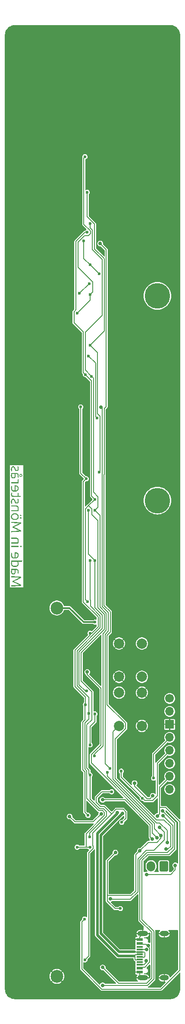
<source format=gbr>
%TF.GenerationSoftware,KiCad,Pcbnew,8.0.5-8.0.5-0~ubuntu24.04.1*%
%TF.CreationDate,2024-09-18T19:03:42+02:00*%
%TF.ProjectId,v_ggtermometer,76e46767-7465-4726-9d6f-6d657465722e,rev?*%
%TF.SameCoordinates,Original*%
%TF.FileFunction,Copper,L2,Bot*%
%TF.FilePolarity,Positive*%
%FSLAX46Y46*%
G04 Gerber Fmt 4.6, Leading zero omitted, Abs format (unit mm)*
G04 Created by KiCad (PCBNEW 8.0.5-8.0.5-0~ubuntu24.04.1) date 2024-09-18 19:03:42*
%MOMM*%
%LPD*%
G01*
G04 APERTURE LIST*
G04 Aperture macros list*
%AMRoundRect*
0 Rectangle with rounded corners*
0 $1 Rounding radius*
0 $2 $3 $4 $5 $6 $7 $8 $9 X,Y pos of 4 corners*
0 Add a 4 corners polygon primitive as box body*
4,1,4,$2,$3,$4,$5,$6,$7,$8,$9,$2,$3,0*
0 Add four circle primitives for the rounded corners*
1,1,$1+$1,$2,$3*
1,1,$1+$1,$4,$5*
1,1,$1+$1,$6,$7*
1,1,$1+$1,$8,$9*
0 Add four rect primitives between the rounded corners*
20,1,$1+$1,$2,$3,$4,$5,0*
20,1,$1+$1,$4,$5,$6,$7,0*
20,1,$1+$1,$6,$7,$8,$9,0*
20,1,$1+$1,$8,$9,$2,$3,0*%
G04 Aperture macros list end*
%ADD10C,0.300000*%
%TA.AperFunction,NonConductor*%
%ADD11C,0.300000*%
%TD*%
%TA.AperFunction,WasherPad*%
%ADD12C,5.000000*%
%TD*%
%TA.AperFunction,ComponentPad*%
%ADD13C,2.000000*%
%TD*%
%TA.AperFunction,ComponentPad*%
%ADD14C,1.700000*%
%TD*%
%TA.AperFunction,ComponentPad*%
%ADD15O,1.700000X1.700000*%
%TD*%
%TA.AperFunction,ComponentPad*%
%ADD16R,1.700000X1.700000*%
%TD*%
%TA.AperFunction,ComponentPad*%
%ADD17RoundRect,0.250000X0.600000X0.750000X-0.600000X0.750000X-0.600000X-0.750000X0.600000X-0.750000X0*%
%TD*%
%TA.AperFunction,ComponentPad*%
%ADD18O,1.700000X2.000000*%
%TD*%
%TA.AperFunction,ComponentPad*%
%ADD19C,2.500000*%
%TD*%
%TA.AperFunction,SMDPad,CuDef*%
%ADD20R,1.240000X0.600000*%
%TD*%
%TA.AperFunction,SMDPad,CuDef*%
%ADD21R,1.240000X0.300000*%
%TD*%
%TA.AperFunction,ComponentPad*%
%ADD22O,1.800000X1.000000*%
%TD*%
%TA.AperFunction,ComponentPad*%
%ADD23O,2.100000X1.000000*%
%TD*%
%TA.AperFunction,ViaPad*%
%ADD24C,0.600000*%
%TD*%
%TA.AperFunction,ViaPad*%
%ADD25C,0.700000*%
%TD*%
%TA.AperFunction,Conductor*%
%ADD26C,0.200000*%
%TD*%
%TA.AperFunction,Conductor*%
%ADD27C,0.500000*%
%TD*%
%TA.AperFunction,Conductor*%
%ADD28C,0.300000*%
%TD*%
G04 APERTURE END LIST*
D10*
D11*
G36*
X40274197Y-144298255D02*
G01*
X40386706Y-144293223D01*
X40498982Y-144287957D01*
X40611024Y-144282457D01*
X40722832Y-144276723D01*
X40786618Y-144273342D01*
X40897685Y-144267028D01*
X41007770Y-144260479D01*
X41116874Y-144253697D01*
X41224996Y-144246682D01*
X41286339Y-144242568D01*
X41393062Y-144234971D01*
X41498662Y-144227140D01*
X41603141Y-144219076D01*
X41706498Y-144210778D01*
X41765055Y-144205931D01*
X41866535Y-144197102D01*
X41966238Y-144187712D01*
X42064166Y-144177761D01*
X42173907Y-144165702D01*
X42214462Y-144160990D01*
X42214462Y-143965108D01*
X42126258Y-143913473D01*
X42039614Y-143865371D01*
X41946092Y-143815723D01*
X41902319Y-143793161D01*
X41812346Y-143747426D01*
X41720236Y-143701570D01*
X41625989Y-143655591D01*
X41529605Y-143609490D01*
X41432824Y-143563756D01*
X41336897Y-143518876D01*
X41241826Y-143474851D01*
X41147609Y-143431681D01*
X41056109Y-143390099D01*
X40958647Y-143346092D01*
X40866980Y-143305022D01*
X40809088Y-143279274D01*
X40907005Y-143235425D01*
X41001248Y-143193024D01*
X41101287Y-143147841D01*
X41147609Y-143126866D01*
X41241826Y-143083696D01*
X41336897Y-143039672D01*
X41432824Y-142994792D01*
X41529605Y-142949057D01*
X41625989Y-142902682D01*
X41720236Y-142856367D01*
X41812346Y-142810114D01*
X41902319Y-142763921D01*
X41998898Y-142713110D01*
X42088598Y-142664539D01*
X42180199Y-142613201D01*
X42214462Y-142593440D01*
X42214462Y-142408304D01*
X42105590Y-142396092D01*
X42008425Y-142385807D01*
X41909483Y-142375896D01*
X41808764Y-142366359D01*
X41765055Y-142362386D01*
X41662339Y-142353477D01*
X41558502Y-142345129D01*
X41453542Y-142337342D01*
X41347461Y-142330116D01*
X41286339Y-142326238D01*
X41178778Y-142319423D01*
X41070235Y-142312654D01*
X40960711Y-142305932D01*
X40850205Y-142299257D01*
X40786618Y-142295464D01*
X40674943Y-142288835D01*
X40563035Y-142282627D01*
X40450892Y-142276841D01*
X40338516Y-142271474D01*
X40274197Y-142268597D01*
X40274197Y-142486950D01*
X40380997Y-142491215D01*
X40487077Y-142495582D01*
X40592435Y-142500053D01*
X40697072Y-142504627D01*
X40800988Y-142509304D01*
X40835467Y-142510886D01*
X40938312Y-142515637D01*
X41039852Y-142520732D01*
X41140087Y-142526170D01*
X41239017Y-142531952D01*
X41336641Y-142538077D01*
X41368893Y-142540195D01*
X41480377Y-142547742D01*
X41589150Y-142555849D01*
X41695212Y-142564518D01*
X41798562Y-142573748D01*
X41856402Y-142579274D01*
X41768892Y-142623876D01*
X41681035Y-142667690D01*
X41593084Y-142710844D01*
X41496474Y-142757693D01*
X41401133Y-142803489D01*
X41311566Y-142845958D01*
X41220916Y-142888737D01*
X41129185Y-142931825D01*
X41077755Y-142955896D01*
X40986853Y-142997954D01*
X40890472Y-143042146D01*
X40798958Y-143083668D01*
X40772452Y-143095603D01*
X40675846Y-143138743D01*
X40583803Y-143178653D01*
X40551168Y-143192323D01*
X40551168Y-143379902D01*
X40647277Y-143420935D01*
X40738433Y-143461326D01*
X40772452Y-143476622D01*
X40862507Y-143517390D01*
X40957428Y-143560924D01*
X41047017Y-143602470D01*
X41077755Y-143616817D01*
X41170088Y-143659879D01*
X41261338Y-143702787D01*
X41351507Y-143745540D01*
X41401133Y-143769225D01*
X41496474Y-143815020D01*
X41584659Y-143857763D01*
X41673397Y-143901253D01*
X41681035Y-143905024D01*
X41768892Y-143948602D01*
X41856402Y-143993440D01*
X41754601Y-144002823D01*
X41650089Y-144011739D01*
X41542865Y-144020187D01*
X41432930Y-144028168D01*
X41368893Y-144032519D01*
X41255378Y-144039598D01*
X41156666Y-144045368D01*
X41056648Y-144050864D01*
X40955326Y-144056084D01*
X40852698Y-144061030D01*
X40835467Y-144061828D01*
X40731791Y-144066539D01*
X40627395Y-144071147D01*
X40522277Y-144075652D01*
X40416437Y-144080054D01*
X40309877Y-144084354D01*
X40274197Y-144085764D01*
X40274197Y-144298255D01*
G37*
G36*
X41303371Y-140850711D02*
G01*
X41400217Y-140866841D01*
X41496388Y-140898394D01*
X41547124Y-140924133D01*
X41628203Y-140988306D01*
X41687874Y-141066434D01*
X41696392Y-141081288D01*
X41733418Y-141174519D01*
X41752652Y-141276204D01*
X41758216Y-141381507D01*
X41757739Y-141424283D01*
X41752034Y-141527240D01*
X41738677Y-141624773D01*
X41726178Y-141684345D01*
X41696667Y-141779134D01*
X41517393Y-141750802D01*
X41525979Y-141725497D01*
X41553541Y-141630635D01*
X41561177Y-141597650D01*
X41572851Y-141500652D01*
X41576011Y-141395184D01*
X41575517Y-141368094D01*
X41561967Y-141265980D01*
X41519835Y-141174389D01*
X41464844Y-141119812D01*
X41375732Y-141077669D01*
X41291690Y-141060488D01*
X41192550Y-141053733D01*
X41108530Y-141053733D01*
X41113562Y-141066649D01*
X41133443Y-141163154D01*
X41142075Y-141226901D01*
X41147609Y-141328262D01*
X41147565Y-141339066D01*
X41142299Y-141443385D01*
X41128255Y-141540929D01*
X41102668Y-141640404D01*
X41080579Y-141698223D01*
X41030421Y-141783964D01*
X40958565Y-141857780D01*
X40897995Y-141895562D01*
X40802328Y-141926703D01*
X40699668Y-141935938D01*
X40630495Y-141932595D01*
X40526161Y-141911312D01*
X40433443Y-141866085D01*
X40397665Y-141837852D01*
X40333579Y-141763955D01*
X40287874Y-141672644D01*
X40266386Y-141600735D01*
X40248675Y-141496562D01*
X40243422Y-141392742D01*
X40243621Y-141361967D01*
X40422696Y-141361967D01*
X40425641Y-141431000D01*
X40444395Y-141534441D01*
X40484245Y-141625261D01*
X40510675Y-141658463D01*
X40598391Y-141709220D01*
X40702598Y-141722958D01*
X40794294Y-141710897D01*
X40878942Y-141659944D01*
X40922753Y-141599196D01*
X40957100Y-141504605D01*
X40970790Y-141424289D01*
X40977127Y-141322400D01*
X40975135Y-141248097D01*
X40962961Y-141148988D01*
X40935118Y-141053733D01*
X40447609Y-141053733D01*
X40441637Y-141085692D01*
X40429535Y-141185624D01*
X40424626Y-141263298D01*
X40422696Y-141361967D01*
X40243621Y-141361967D01*
X40243645Y-141358330D01*
X40246994Y-141258698D01*
X40255428Y-141154342D01*
X40268823Y-141056664D01*
X40270370Y-141047290D01*
X40287291Y-140948944D01*
X40307902Y-140846615D01*
X41217951Y-140846615D01*
X41303371Y-140850711D01*
G37*
G36*
X42410833Y-139433426D02*
G01*
X41643422Y-139433426D01*
X41677633Y-139492323D01*
X41717183Y-139586322D01*
X41728160Y-139619013D01*
X41748997Y-139718924D01*
X41755285Y-139822749D01*
X41752924Y-139886006D01*
X41736772Y-139992477D01*
X41705319Y-140089442D01*
X41658565Y-140176901D01*
X41633339Y-140212568D01*
X41560057Y-140292186D01*
X41481622Y-140352176D01*
X41391363Y-140401116D01*
X41302581Y-140434669D01*
X41207204Y-140458635D01*
X41105233Y-140473015D01*
X40996667Y-140477808D01*
X40896813Y-140473531D01*
X40790422Y-140458166D01*
X40692275Y-140431628D01*
X40591712Y-140388415D01*
X40540791Y-140358703D01*
X40458690Y-140296265D01*
X40388876Y-140222313D01*
X40331349Y-140136845D01*
X40295947Y-140063271D01*
X40263206Y-139961601D01*
X40246170Y-139864545D01*
X40240491Y-139761200D01*
X40240505Y-139758269D01*
X40428069Y-139758269D01*
X40432252Y-139830321D01*
X40454211Y-139930155D01*
X40494992Y-140020097D01*
X40532453Y-140073617D01*
X40602726Y-140142104D01*
X40689898Y-140196441D01*
X40706048Y-140204071D01*
X40802517Y-140237240D01*
X40901435Y-140254471D01*
X40999598Y-140259455D01*
X41021459Y-140259249D01*
X41120301Y-140252838D01*
X41220393Y-140236008D01*
X41311898Y-140206806D01*
X41402110Y-140157362D01*
X41468113Y-140098772D01*
X41524231Y-140014724D01*
X41532001Y-139997815D01*
X41559385Y-139903355D01*
X41567707Y-139800279D01*
X41567350Y-139777421D01*
X41556264Y-139676655D01*
X41527162Y-139579483D01*
X41499461Y-139517926D01*
X41447539Y-139433426D01*
X40464706Y-139433426D01*
X40458997Y-139456812D01*
X40440770Y-139555547D01*
X40439989Y-139560566D01*
X40430500Y-139658879D01*
X40428069Y-139758269D01*
X40240505Y-139758269D01*
X40240603Y-139737805D01*
X40244075Y-139634876D01*
X40253192Y-139536008D01*
X40264398Y-139458589D01*
X40283966Y-139358199D01*
X40292942Y-139320464D01*
X40319137Y-139226308D01*
X42446981Y-139226308D01*
X42410833Y-139433426D01*
G37*
G36*
X41146602Y-137609484D02*
G01*
X41253786Y-137621994D01*
X41350285Y-137643601D01*
X41446074Y-137678785D01*
X41537026Y-137730143D01*
X41618670Y-137800191D01*
X41681035Y-137884438D01*
X41690381Y-137901239D01*
X41731007Y-138000536D01*
X41752111Y-138100923D01*
X41758216Y-138199511D01*
X41757888Y-138219724D01*
X41746401Y-138319014D01*
X41718504Y-138415347D01*
X41674197Y-138508722D01*
X41651879Y-138544626D01*
X41584598Y-138626905D01*
X41510014Y-138691821D01*
X41422138Y-138748080D01*
X41400795Y-138759260D01*
X41308670Y-138796767D01*
X41205737Y-138822733D01*
X41106805Y-138835986D01*
X40999598Y-138840404D01*
X40919215Y-138837811D01*
X40817274Y-138826286D01*
X40709744Y-138802299D01*
X40609786Y-138766643D01*
X40558276Y-138741389D01*
X40474453Y-138685592D01*
X40402067Y-138616504D01*
X40341119Y-138534124D01*
X40335108Y-138524137D01*
X40289599Y-138425760D01*
X40262122Y-138325468D01*
X40248097Y-138227795D01*
X40243422Y-138120865D01*
X40244895Y-138058721D01*
X40254271Y-137959368D01*
X40274197Y-137861967D01*
X40290850Y-137804093D01*
X40327441Y-137709560D01*
X40503785Y-137745708D01*
X40488100Y-137782596D01*
X40457379Y-137876133D01*
X40448414Y-137912026D01*
X40434710Y-138009933D01*
X40431000Y-138109630D01*
X40435775Y-138201558D01*
X40456993Y-138309224D01*
X40501154Y-138409984D01*
X40566799Y-138489183D01*
X40651919Y-138548869D01*
X40742243Y-138587261D01*
X40846367Y-138611853D01*
X40948795Y-138622051D01*
X40948795Y-138616678D01*
X41119765Y-138616678D01*
X41149662Y-138613922D01*
X41250094Y-138593580D01*
X41343980Y-138556594D01*
X41363050Y-138546529D01*
X41442845Y-138490136D01*
X41511531Y-138412491D01*
X41523054Y-138394822D01*
X41563669Y-138298494D01*
X41576011Y-138196580D01*
X41575957Y-138189106D01*
X41562333Y-138085816D01*
X41521300Y-137993859D01*
X41517864Y-137988706D01*
X41450041Y-137916517D01*
X41364497Y-137866364D01*
X41317891Y-137848712D01*
X41221042Y-137826598D01*
X41119765Y-137818492D01*
X41119765Y-138616678D01*
X40948795Y-138616678D01*
X40948795Y-137611374D01*
X40997644Y-137607466D01*
X41044050Y-137606001D01*
X41146602Y-137609484D01*
G37*
G36*
X40274197Y-136570411D02*
G01*
X41724511Y-136570411D01*
X41724511Y-136360362D01*
X40274197Y-136360362D01*
X40274197Y-136570411D01*
G37*
G36*
X42035187Y-136463921D02*
G01*
X42067351Y-136557795D01*
X42077197Y-136568946D01*
X42168259Y-136611360D01*
X42189549Y-136612421D01*
X42284745Y-136581470D01*
X42298481Y-136568946D01*
X42339835Y-136479026D01*
X42340491Y-136463921D01*
X42308327Y-136370048D01*
X42298481Y-136358897D01*
X42209854Y-136316483D01*
X42189549Y-136315422D01*
X42093947Y-136344122D01*
X42077197Y-136358897D01*
X42035844Y-136448816D01*
X42035187Y-136463921D01*
G37*
G36*
X40274197Y-135890439D02*
G01*
X41674197Y-135890439D01*
X41698010Y-135790300D01*
X41719337Y-135689513D01*
X41724511Y-135663782D01*
X41740363Y-135560759D01*
X41749064Y-135455582D01*
X41752245Y-135351542D01*
X41752354Y-135327215D01*
X41747103Y-135220176D01*
X41728642Y-135114792D01*
X41692540Y-135016369D01*
X41668335Y-134974528D01*
X41603057Y-134896657D01*
X41522079Y-134836333D01*
X41434839Y-134796720D01*
X41336340Y-134769414D01*
X41239534Y-134753486D01*
X41135000Y-134745749D01*
X41086060Y-134744940D01*
X40274197Y-134744940D01*
X40274197Y-134954989D01*
X41027441Y-134954989D01*
X41132821Y-134957887D01*
X41234774Y-134967905D01*
X41336085Y-134989371D01*
X41343492Y-134991625D01*
X41434159Y-135032979D01*
X41507554Y-135104053D01*
X41514462Y-135114724D01*
X41552679Y-135210701D01*
X41566407Y-135308967D01*
X41567707Y-135355547D01*
X41564594Y-135459446D01*
X41554412Y-135557021D01*
X41553541Y-135562665D01*
X41536655Y-135659623D01*
X41531559Y-135680390D01*
X40274197Y-135680390D01*
X40274197Y-135890439D01*
G37*
G36*
X40274197Y-133684438D02*
G01*
X40386706Y-133679405D01*
X40498982Y-133674139D01*
X40611024Y-133668640D01*
X40722832Y-133662906D01*
X40786618Y-133659525D01*
X40897685Y-133653210D01*
X41007770Y-133646662D01*
X41116874Y-133639880D01*
X41224996Y-133632864D01*
X41286339Y-133628750D01*
X41393062Y-133621154D01*
X41498662Y-133613323D01*
X41603141Y-133605259D01*
X41706498Y-133596961D01*
X41765055Y-133592114D01*
X41866535Y-133583285D01*
X41966238Y-133573895D01*
X42064166Y-133563944D01*
X42173907Y-133551884D01*
X42214462Y-133547173D01*
X42214462Y-133351290D01*
X42126258Y-133299656D01*
X42039614Y-133251554D01*
X41946092Y-133201905D01*
X41902319Y-133179344D01*
X41812346Y-133133609D01*
X41720236Y-133087752D01*
X41625989Y-133041774D01*
X41529605Y-132995673D01*
X41432824Y-132949938D01*
X41336897Y-132905059D01*
X41241826Y-132861034D01*
X41147609Y-132817864D01*
X41056109Y-132776282D01*
X40958647Y-132732275D01*
X40866980Y-132691205D01*
X40809088Y-132665457D01*
X40907005Y-132621607D01*
X41001248Y-132579206D01*
X41101287Y-132534023D01*
X41147609Y-132513049D01*
X41241826Y-132469879D01*
X41336897Y-132425854D01*
X41432824Y-132380975D01*
X41529605Y-132335240D01*
X41625989Y-132288865D01*
X41720236Y-132242550D01*
X41812346Y-132196297D01*
X41902319Y-132150104D01*
X41998898Y-132099293D01*
X42088598Y-132050722D01*
X42180199Y-131999383D01*
X42214462Y-131979623D01*
X42214462Y-131794487D01*
X42105590Y-131782274D01*
X42008425Y-131771990D01*
X41909483Y-131762079D01*
X41808764Y-131752542D01*
X41765055Y-131748569D01*
X41662339Y-131739660D01*
X41558502Y-131731312D01*
X41453542Y-131723525D01*
X41347461Y-131716298D01*
X41286339Y-131712421D01*
X41178778Y-131705606D01*
X41070235Y-131698837D01*
X40960711Y-131692115D01*
X40850205Y-131685440D01*
X40786618Y-131681646D01*
X40674943Y-131675018D01*
X40563035Y-131668810D01*
X40450892Y-131663023D01*
X40338516Y-131657657D01*
X40274197Y-131654780D01*
X40274197Y-131873133D01*
X40380997Y-131877397D01*
X40487077Y-131881765D01*
X40592435Y-131886236D01*
X40697072Y-131890810D01*
X40800988Y-131895487D01*
X40835467Y-131897069D01*
X40938312Y-131901820D01*
X41039852Y-131906915D01*
X41140087Y-131912353D01*
X41239017Y-131918135D01*
X41336641Y-131924260D01*
X41368893Y-131926378D01*
X41480377Y-131933924D01*
X41589150Y-131942032D01*
X41695212Y-131950701D01*
X41798562Y-131959931D01*
X41856402Y-131965457D01*
X41768892Y-132010059D01*
X41681035Y-132053872D01*
X41593084Y-132097027D01*
X41496474Y-132143876D01*
X41401133Y-132189672D01*
X41311566Y-132232141D01*
X41220916Y-132274920D01*
X41129185Y-132318008D01*
X41077755Y-132342079D01*
X40986853Y-132384137D01*
X40890472Y-132428329D01*
X40798958Y-132469851D01*
X40772452Y-132481786D01*
X40675846Y-132524925D01*
X40583803Y-132564836D01*
X40551168Y-132578506D01*
X40551168Y-132766085D01*
X40647277Y-132807117D01*
X40738433Y-132847509D01*
X40772452Y-132862805D01*
X40862507Y-132903572D01*
X40957428Y-132947107D01*
X41047017Y-132988653D01*
X41077755Y-133003000D01*
X41170088Y-133046062D01*
X41261338Y-133088970D01*
X41351507Y-133131723D01*
X41401133Y-133155408D01*
X41496474Y-133201203D01*
X41584659Y-133243946D01*
X41673397Y-133287436D01*
X41681035Y-133291207D01*
X41768892Y-133334785D01*
X41856402Y-133379623D01*
X41754601Y-133389006D01*
X41650089Y-133397922D01*
X41542865Y-133406370D01*
X41432930Y-133414351D01*
X41368893Y-133418702D01*
X41255378Y-133425781D01*
X41156666Y-133431551D01*
X41056648Y-133437046D01*
X40955326Y-133442267D01*
X40852698Y-133447213D01*
X40835467Y-133448011D01*
X40731791Y-133452722D01*
X40627395Y-133457330D01*
X40522277Y-133461835D01*
X40416437Y-133466237D01*
X40309877Y-133470536D01*
X40274197Y-133471946D01*
X40274197Y-133684438D01*
G37*
G36*
X41097144Y-129970664D02*
G01*
X41201527Y-129985356D01*
X41298339Y-130010735D01*
X41398202Y-130052058D01*
X41449360Y-130080382D01*
X41532307Y-130139480D01*
X41603507Y-130209010D01*
X41662961Y-130288974D01*
X41690403Y-130337240D01*
X41728077Y-130429650D01*
X41750681Y-130529169D01*
X41758216Y-130635799D01*
X41755890Y-130695223D01*
X41739984Y-130797018D01*
X41709007Y-130892167D01*
X41662961Y-130980669D01*
X41631381Y-131026241D01*
X41565402Y-131100215D01*
X41487675Y-131163833D01*
X41398202Y-131217096D01*
X41309908Y-131254282D01*
X41214043Y-131280844D01*
X41110606Y-131296781D01*
X40999598Y-131302093D01*
X40901958Y-131298026D01*
X40797239Y-131283417D01*
X40699847Y-131258184D01*
X40599039Y-131217096D01*
X40547496Y-131188784D01*
X40464214Y-131129768D01*
X40393142Y-131060397D01*
X40334280Y-130980669D01*
X40307261Y-130932322D01*
X40270166Y-130840127D01*
X40247910Y-130741286D01*
X40240491Y-130635799D01*
X40428069Y-130635799D01*
X40430525Y-130686002D01*
X40452696Y-130786057D01*
X40497923Y-130874180D01*
X40531479Y-130916007D01*
X40608557Y-130982028D01*
X40696737Y-131029518D01*
X40790707Y-131060388D01*
X40895298Y-131078445D01*
X40999598Y-131083740D01*
X41103592Y-131078445D01*
X41207847Y-131060388D01*
X41301482Y-131029518D01*
X41347764Y-131007387D01*
X41433785Y-130948362D01*
X41500296Y-130874180D01*
X41527704Y-130828211D01*
X41560746Y-130733664D01*
X41570638Y-130635799D01*
X41568165Y-130584782D01*
X41545839Y-130483673D01*
X41500296Y-130395464D01*
X41466906Y-130353446D01*
X41389890Y-130287195D01*
X41301482Y-130239637D01*
X41207847Y-130208488D01*
X41103592Y-130190269D01*
X40999598Y-130184926D01*
X40895298Y-130190269D01*
X40790707Y-130208488D01*
X40696737Y-130239637D01*
X40650603Y-130261784D01*
X40564669Y-130320965D01*
X40497923Y-130395464D01*
X40470705Y-130441358D01*
X40437893Y-130536514D01*
X40428069Y-130635799D01*
X40240491Y-130635799D01*
X40242781Y-130574874D01*
X40258443Y-130471280D01*
X40288943Y-130375491D01*
X40334280Y-130287508D01*
X40365474Y-130242218D01*
X40431119Y-130168631D01*
X40508974Y-130105244D01*
X40599039Y-130052058D01*
X40699847Y-130010735D01*
X40797239Y-129985356D01*
X40901958Y-129970664D01*
X40999598Y-129966573D01*
X41097144Y-129970664D01*
G37*
G36*
X42173084Y-130745576D02*
G01*
X42264776Y-130785764D01*
X42269567Y-130790902D01*
X42304343Y-130884926D01*
X42304188Y-130892236D01*
X42264776Y-130983112D01*
X42254609Y-130992271D01*
X42161217Y-131022191D01*
X42149420Y-131021847D01*
X42056192Y-130983112D01*
X42051283Y-130978149D01*
X42015648Y-130884926D01*
X42015806Y-130877670D01*
X42056192Y-130785764D01*
X42066809Y-130776261D01*
X42161217Y-130745219D01*
X42173084Y-130745576D01*
G37*
G36*
X42173084Y-130249763D02*
G01*
X42264776Y-130289951D01*
X42269567Y-130295091D01*
X42304343Y-130389602D01*
X42304188Y-130396858D01*
X42264776Y-130488764D01*
X42254609Y-130498267D01*
X42161217Y-130529309D01*
X42145578Y-130528675D01*
X42056192Y-130488764D01*
X42051283Y-130483626D01*
X42015648Y-130389602D01*
X42015806Y-130382286D01*
X42056192Y-130289951D01*
X42066809Y-130280448D01*
X42161217Y-130249406D01*
X42173084Y-130249763D01*
G37*
G36*
X40274197Y-129581158D02*
G01*
X41674197Y-129581158D01*
X41698010Y-129481018D01*
X41719337Y-129380232D01*
X41724511Y-129354501D01*
X41740363Y-129251478D01*
X41749064Y-129146301D01*
X41752245Y-129042261D01*
X41752354Y-129017934D01*
X41747103Y-128910894D01*
X41728642Y-128805510D01*
X41692540Y-128707088D01*
X41668335Y-128665247D01*
X41603057Y-128587376D01*
X41522079Y-128527052D01*
X41434839Y-128487438D01*
X41336340Y-128460133D01*
X41239534Y-128444205D01*
X41135000Y-128436468D01*
X41086060Y-128435659D01*
X40274197Y-128435659D01*
X40274197Y-128645708D01*
X41027441Y-128645708D01*
X41132821Y-128648606D01*
X41234774Y-128658624D01*
X41336085Y-128680090D01*
X41343492Y-128682344D01*
X41434159Y-128723698D01*
X41507554Y-128794772D01*
X41514462Y-128805443D01*
X41552679Y-128901420D01*
X41566407Y-128999686D01*
X41567707Y-129046266D01*
X41564594Y-129150165D01*
X41554412Y-129247740D01*
X41553541Y-129253384D01*
X41536655Y-129350342D01*
X41531559Y-129371109D01*
X40274197Y-129371109D01*
X40274197Y-129581158D01*
G37*
G36*
X40240491Y-127671667D02*
G01*
X40243041Y-127770650D01*
X40253085Y-127873893D01*
X40272731Y-127964270D01*
X40304055Y-128060784D01*
X40321580Y-128105931D01*
X40506716Y-128055617D01*
X40471690Y-127962893D01*
X40458844Y-127929588D01*
X40434134Y-127833337D01*
X40423967Y-127730297D01*
X40422696Y-127671667D01*
X40428295Y-127572806D01*
X40449349Y-127473831D01*
X40470079Y-127422540D01*
X40540519Y-127348215D01*
X40635187Y-127327285D01*
X40731999Y-127346244D01*
X40756820Y-127360990D01*
X40822308Y-127434355D01*
X40842305Y-127468946D01*
X40887379Y-127563139D01*
X40925939Y-127655820D01*
X40932187Y-127671667D01*
X40972538Y-127764138D01*
X41018055Y-127855951D01*
X41027441Y-127873412D01*
X41084716Y-127957065D01*
X41155913Y-128023377D01*
X41245672Y-128066242D01*
X41342444Y-128080307D01*
X41357658Y-128080530D01*
X41457248Y-128068749D01*
X41550671Y-128029980D01*
X41567707Y-128018981D01*
X41643276Y-127949901D01*
X41698120Y-127864897D01*
X41707902Y-127844103D01*
X41740478Y-127744848D01*
X41755808Y-127640492D01*
X41758216Y-127573970D01*
X41754644Y-127471113D01*
X41742712Y-127373949D01*
X41732815Y-127327773D01*
X41706488Y-127232719D01*
X41688363Y-127184647D01*
X41506157Y-127232030D01*
X41543999Y-127325500D01*
X41552075Y-127349755D01*
X41572225Y-127447697D01*
X41578706Y-127552092D01*
X41578942Y-127579344D01*
X41568101Y-127682949D01*
X41532640Y-127778555D01*
X41529605Y-127784019D01*
X41456567Y-127853932D01*
X41374755Y-127870481D01*
X41277668Y-127850148D01*
X41252633Y-127834333D01*
X41188978Y-127759045D01*
X41170079Y-127724912D01*
X41127558Y-127632365D01*
X41091922Y-127545638D01*
X41052381Y-127451872D01*
X41008356Y-127359548D01*
X40992270Y-127328750D01*
X40937287Y-127246447D01*
X40864442Y-127177113D01*
X40859402Y-127173412D01*
X40765003Y-127129448D01*
X40660564Y-127115023D01*
X40643980Y-127114794D01*
X40543591Y-127125919D01*
X40450626Y-127162784D01*
X40421231Y-127182205D01*
X40350519Y-127251795D01*
X40300597Y-127336172D01*
X40285432Y-127373691D01*
X40258046Y-127473983D01*
X40244046Y-127577987D01*
X40240491Y-127671667D01*
G37*
G36*
X40243422Y-126294138D02*
G01*
X40248522Y-126391820D01*
X40268609Y-126494417D01*
X40307902Y-126585275D01*
X40370853Y-126661398D01*
X40454927Y-126716722D01*
X40500854Y-126735240D01*
X40597076Y-126759714D01*
X40697673Y-126773148D01*
X40798897Y-126778059D01*
X40822766Y-126778227D01*
X42144608Y-126778227D01*
X42180756Y-126568667D01*
X41724511Y-126568667D01*
X41724511Y-126000069D01*
X41548167Y-126000069D01*
X41548167Y-126568667D01*
X40806157Y-126568667D01*
X40700919Y-126563721D01*
X40603840Y-126545448D01*
X40570707Y-126533496D01*
X40489573Y-126477701D01*
X40460310Y-126432868D01*
X40434464Y-126336006D01*
X40431000Y-126277041D01*
X40438031Y-126174203D01*
X40455913Y-126099720D01*
X40492025Y-126005708D01*
X40500854Y-125985903D01*
X40330372Y-125941451D01*
X40289248Y-126035240D01*
X40274197Y-126080181D01*
X40251116Y-126181786D01*
X40243542Y-126279506D01*
X40243422Y-126294138D01*
G37*
G36*
X41146602Y-124525883D02*
G01*
X41253786Y-124538393D01*
X41350285Y-124560001D01*
X41446074Y-124595184D01*
X41537026Y-124646542D01*
X41618670Y-124716590D01*
X41681035Y-124800837D01*
X41690381Y-124817638D01*
X41731007Y-124916935D01*
X41752111Y-125017322D01*
X41758216Y-125115910D01*
X41757888Y-125136123D01*
X41746401Y-125235414D01*
X41718504Y-125331746D01*
X41674197Y-125425122D01*
X41651879Y-125461025D01*
X41584598Y-125543305D01*
X41510014Y-125608220D01*
X41422138Y-125664480D01*
X41400795Y-125675659D01*
X41308670Y-125713166D01*
X41205737Y-125739132D01*
X41106805Y-125752386D01*
X40999598Y-125756803D01*
X40919215Y-125754210D01*
X40817274Y-125742685D01*
X40709744Y-125718698D01*
X40609786Y-125683042D01*
X40558276Y-125657788D01*
X40474453Y-125601992D01*
X40402067Y-125532903D01*
X40341119Y-125450523D01*
X40335108Y-125440537D01*
X40289599Y-125342159D01*
X40262122Y-125241867D01*
X40248097Y-125144194D01*
X40243422Y-125037264D01*
X40244895Y-124975120D01*
X40254271Y-124875767D01*
X40274197Y-124778367D01*
X40290850Y-124720492D01*
X40327441Y-124625959D01*
X40503785Y-124662107D01*
X40488100Y-124698995D01*
X40457379Y-124792533D01*
X40448414Y-124828425D01*
X40434710Y-124926332D01*
X40431000Y-125026029D01*
X40435775Y-125117958D01*
X40456993Y-125225623D01*
X40501154Y-125326383D01*
X40566799Y-125405582D01*
X40651919Y-125465268D01*
X40742243Y-125503660D01*
X40846367Y-125528252D01*
X40948795Y-125538450D01*
X40948795Y-125533077D01*
X41119765Y-125533077D01*
X41149662Y-125530322D01*
X41250094Y-125509979D01*
X41343980Y-125472993D01*
X41363050Y-125462928D01*
X41442845Y-125406535D01*
X41511531Y-125328890D01*
X41523054Y-125311221D01*
X41563669Y-125214893D01*
X41576011Y-125112979D01*
X41575957Y-125105506D01*
X41562333Y-125002215D01*
X41521300Y-124910258D01*
X41517864Y-124905105D01*
X41450041Y-124832916D01*
X41364497Y-124782763D01*
X41317891Y-124765112D01*
X41221042Y-124742997D01*
X41119765Y-124734891D01*
X41119765Y-125533077D01*
X40948795Y-125533077D01*
X40948795Y-124527773D01*
X40997644Y-124523866D01*
X41044050Y-124522400D01*
X41146602Y-124525883D01*
G37*
G36*
X40274197Y-124127704D02*
G01*
X41657588Y-124127704D01*
X41690562Y-124034686D01*
X41718131Y-123935310D01*
X41720114Y-123927424D01*
X41739760Y-123824522D01*
X41749804Y-123717401D01*
X41752354Y-123620655D01*
X41747486Y-123522780D01*
X41745515Y-123504884D01*
X41730117Y-123406682D01*
X41728907Y-123400837D01*
X41710833Y-123332449D01*
X41531559Y-123374459D01*
X41555006Y-123469713D01*
X41565921Y-123572295D01*
X41567707Y-123648499D01*
X41563295Y-123751443D01*
X41552075Y-123825331D01*
X41525697Y-123917655D01*
X40274197Y-123917655D01*
X40274197Y-124127704D01*
G37*
G36*
X41303371Y-122088952D02*
G01*
X41400217Y-122105083D01*
X41496388Y-122136636D01*
X41547124Y-122162375D01*
X41628203Y-122226548D01*
X41687874Y-122304675D01*
X41696392Y-122319530D01*
X41733418Y-122412761D01*
X41752652Y-122514446D01*
X41758216Y-122619748D01*
X41757739Y-122662524D01*
X41752034Y-122765481D01*
X41738677Y-122863014D01*
X41726178Y-122922587D01*
X41696667Y-123017376D01*
X41517393Y-122989043D01*
X41525979Y-122963739D01*
X41553541Y-122868876D01*
X41561177Y-122835892D01*
X41572851Y-122738893D01*
X41576011Y-122633426D01*
X41575517Y-122606335D01*
X41561967Y-122504221D01*
X41519835Y-122412630D01*
X41464844Y-122358054D01*
X41375732Y-122315910D01*
X41291690Y-122298730D01*
X41192550Y-122291974D01*
X41108530Y-122291974D01*
X41113562Y-122304891D01*
X41133443Y-122401395D01*
X41142075Y-122465143D01*
X41147609Y-122566503D01*
X41147565Y-122577308D01*
X41142299Y-122681626D01*
X41128255Y-122779171D01*
X41102668Y-122878646D01*
X41080579Y-122936465D01*
X41030421Y-123022206D01*
X40958565Y-123096022D01*
X40897995Y-123133803D01*
X40802328Y-123164944D01*
X40699668Y-123174180D01*
X40630495Y-123170837D01*
X40526161Y-123149553D01*
X40433443Y-123104326D01*
X40397665Y-123076093D01*
X40333579Y-123002196D01*
X40287874Y-122910886D01*
X40266386Y-122838977D01*
X40248675Y-122734803D01*
X40243422Y-122630983D01*
X40243621Y-122600209D01*
X40422696Y-122600209D01*
X40425641Y-122669241D01*
X40444395Y-122772682D01*
X40484245Y-122863503D01*
X40510675Y-122896704D01*
X40598391Y-122947461D01*
X40702598Y-122961200D01*
X40794294Y-122949138D01*
X40878942Y-122898185D01*
X40922753Y-122837437D01*
X40957100Y-122742847D01*
X40970790Y-122662531D01*
X40977127Y-122560642D01*
X40975135Y-122486338D01*
X40962961Y-122387229D01*
X40935118Y-122291974D01*
X40447609Y-122291974D01*
X40441637Y-122323934D01*
X40429535Y-122423866D01*
X40424626Y-122501539D01*
X40422696Y-122600209D01*
X40243621Y-122600209D01*
X40243645Y-122596571D01*
X40246994Y-122496940D01*
X40255428Y-122392583D01*
X40268823Y-122294905D01*
X40270370Y-122285532D01*
X40287291Y-122187186D01*
X40307902Y-122084856D01*
X41217951Y-122084856D01*
X41303371Y-122088952D01*
G37*
G36*
X42190579Y-122300601D02*
G01*
X42292389Y-122323578D01*
X42372731Y-122382833D01*
X42381722Y-122393257D01*
X42430666Y-122478129D01*
X42446981Y-122574808D01*
X42446691Y-122588672D01*
X42426026Y-122685115D01*
X42372731Y-122768248D01*
X42358380Y-122782739D01*
X42273744Y-122833816D01*
X42175383Y-122849337D01*
X42152195Y-122848624D01*
X42055677Y-122826451D01*
X41973638Y-122768248D01*
X41964529Y-122757932D01*
X41914941Y-122673025D01*
X41898411Y-122574808D01*
X42013206Y-122574808D01*
X42014231Y-122594516D01*
X42055215Y-122685694D01*
X42078479Y-122705783D01*
X42175383Y-122731612D01*
X42202591Y-122729997D01*
X42293108Y-122685694D01*
X42305210Y-122670751D01*
X42335118Y-122574808D01*
X42334092Y-122555111D01*
X42293108Y-122464410D01*
X42269996Y-122444107D01*
X42175383Y-122418004D01*
X42142919Y-122420224D01*
X42055215Y-122464410D01*
X42043113Y-122479212D01*
X42013206Y-122574808D01*
X41898411Y-122574808D01*
X41898485Y-122567995D01*
X41919642Y-122466130D01*
X41973638Y-122382833D01*
X41988277Y-122368079D01*
X42074738Y-122316080D01*
X42175383Y-122300279D01*
X42190579Y-122300601D01*
G37*
G36*
X40240491Y-121321353D02*
G01*
X40243041Y-121420336D01*
X40253085Y-121523579D01*
X40272731Y-121613956D01*
X40304055Y-121710470D01*
X40321580Y-121755617D01*
X40506716Y-121705303D01*
X40471690Y-121612579D01*
X40458844Y-121579274D01*
X40434134Y-121483023D01*
X40423967Y-121379983D01*
X40422696Y-121321353D01*
X40428295Y-121222492D01*
X40449349Y-121123517D01*
X40470079Y-121072226D01*
X40540519Y-120997901D01*
X40635187Y-120976971D01*
X40731999Y-120995930D01*
X40756820Y-121010676D01*
X40822308Y-121084041D01*
X40842305Y-121118632D01*
X40887379Y-121212825D01*
X40925939Y-121305506D01*
X40932187Y-121321353D01*
X40972538Y-121413824D01*
X41018055Y-121505637D01*
X41027441Y-121523098D01*
X41084716Y-121606751D01*
X41155913Y-121673063D01*
X41245672Y-121715928D01*
X41342444Y-121729993D01*
X41357658Y-121730216D01*
X41457248Y-121718435D01*
X41550671Y-121679666D01*
X41567707Y-121668667D01*
X41643276Y-121599587D01*
X41698120Y-121514583D01*
X41707902Y-121493789D01*
X41740478Y-121394534D01*
X41755808Y-121290178D01*
X41758216Y-121223656D01*
X41754644Y-121120799D01*
X41742712Y-121023635D01*
X41732815Y-120977459D01*
X41706488Y-120882405D01*
X41688363Y-120834333D01*
X41506157Y-120881716D01*
X41543999Y-120975186D01*
X41552075Y-120999441D01*
X41572225Y-121097383D01*
X41578706Y-121201778D01*
X41578942Y-121229030D01*
X41568101Y-121332635D01*
X41532640Y-121428241D01*
X41529605Y-121433705D01*
X41456567Y-121503618D01*
X41374755Y-121520167D01*
X41277668Y-121499834D01*
X41252633Y-121484019D01*
X41188978Y-121408731D01*
X41170079Y-121374598D01*
X41127558Y-121282051D01*
X41091922Y-121195324D01*
X41052381Y-121101558D01*
X41008356Y-121009234D01*
X40992270Y-120978436D01*
X40937287Y-120896133D01*
X40864442Y-120826799D01*
X40859402Y-120823098D01*
X40765003Y-120779134D01*
X40660564Y-120764709D01*
X40643980Y-120764480D01*
X40543591Y-120775605D01*
X40450626Y-120812470D01*
X40421231Y-120831891D01*
X40350519Y-120901481D01*
X40300597Y-120985858D01*
X40285432Y-121023377D01*
X40258046Y-121123669D01*
X40244046Y-121227673D01*
X40240491Y-121321353D01*
G37*
D12*
%TO.P,REF\u002A\u002A,*%
%TO.N,*%
X69000000Y-127500000D03*
%TD*%
%TO.P,REF\u002A\u002A,*%
%TO.N,*%
X69000000Y-87500000D03*
%TD*%
D13*
%TO.P,SW3,1,A*%
%TO.N,IO20*%
X65950000Y-155450000D03*
X65950000Y-161950000D03*
%TO.P,SW3,3,B*%
%TO.N,GND*%
X61450000Y-155450000D03*
X61450000Y-161950000D03*
%TD*%
%TO.P,SW1,1,A*%
%TO.N,Net-(U1-GPIO3{slash}ADC1_CH3)*%
X61450000Y-171550000D03*
X61450000Y-165050000D03*
%TO.P,SW1,3,B*%
%TO.N,GND*%
X65950000Y-171550000D03*
X65950000Y-165050000D03*
%TD*%
D14*
%TO.P,J2,1,Pin_1*%
%TO.N,+5V*%
X71400000Y-166170000D03*
D15*
%TO.P,J2,2,Pin_2*%
%TO.N,+3.3V*%
X71400000Y-168710000D03*
D16*
%TO.P,J2,3,Pin_3*%
%TO.N,GND*%
X71400000Y-171250000D03*
D15*
%TO.P,J2,4,Pin_4*%
%TO.N,EN*%
X71400000Y-173790000D03*
%TO.P,J2,5,Pin_5*%
%TO.N,IO21*%
X71400000Y-176330000D03*
%TO.P,J2,6,Pin_6*%
%TO.N,IO20*%
X71400000Y-178870000D03*
%TO.P,J2,7,Pin_7*%
%TO.N,IO9*%
X71400000Y-181410000D03*
%TO.P,J2,8,Pin_8*%
%TO.N,IO1*%
X71400000Y-183950000D03*
%TD*%
D17*
%TO.P,J8,1,Pin_1*%
%TO.N,IO1*%
X70250000Y-198975000D03*
D18*
%TO.P,J8,2,Pin_2*%
%TO.N,+3.3V*%
X67750000Y-198975000D03*
%TD*%
D19*
%TO.P,BT1,1,+*%
%TO.N,VBAT*%
X49250000Y-148500000D03*
%TO.P,BT1,2,-*%
%TO.N,GND*%
X49250000Y-220500000D03*
%TD*%
D20*
%TO.P,J1,A1,GND*%
%TO.N,GND*%
X65520190Y-213275190D03*
%TO.P,J1,A4,VBUS*%
%TO.N,+5V*%
X65520190Y-214075190D03*
D21*
%TO.P,J1,A5,CC1*%
%TO.N,/CC1*%
X65520190Y-215225190D03*
%TO.P,J1,A6,D+*%
%TO.N,D+*%
X65520190Y-216225190D03*
%TO.P,J1,A7,D-*%
%TO.N,D-*%
X65520190Y-216725190D03*
%TO.P,J1,A8,SBU1*%
%TO.N,unconnected-(J1-SBU1-PadA8)*%
X65520190Y-217725190D03*
D20*
%TO.P,J1,A9,VBUS*%
%TO.N,+5V*%
X65520190Y-218875190D03*
%TO.P,J1,A12,GND*%
%TO.N,GND*%
X65520190Y-219675190D03*
%TO.P,J1,B1,GND*%
X65520190Y-219675190D03*
%TO.P,J1,B4,VBUS*%
%TO.N,+5V*%
X65520190Y-218875190D03*
D21*
%TO.P,J1,B5,CC2*%
%TO.N,/CC2*%
X65520190Y-218225190D03*
%TO.P,J1,B6,D+*%
%TO.N,D+*%
X65520190Y-217225190D03*
%TO.P,J1,B7,D-*%
%TO.N,D-*%
X65520190Y-215725190D03*
%TO.P,J1,B8,SBU2*%
%TO.N,unconnected-(J1-SBU2-PadB8)*%
X65520190Y-214725190D03*
D20*
%TO.P,J1,B9,VBUS*%
%TO.N,+5V*%
X65520190Y-214075190D03*
%TO.P,J1,B12,GND*%
%TO.N,GND*%
X65520190Y-213275190D03*
D22*
%TO.P,J1,S1,SHIELD*%
X70320190Y-212155190D03*
D23*
X66120190Y-212155190D03*
D22*
X70320190Y-220795190D03*
D23*
X66120190Y-220795190D03*
%TD*%
D24*
%TO.N,GND*%
X67010000Y-149910000D03*
X65562500Y-191250000D03*
X71700000Y-198200000D03*
X64250000Y-191250000D03*
X66750000Y-192500000D03*
X60775000Y-202000000D03*
X60075735Y-187575735D03*
X65510000Y-149910000D03*
X64250000Y-192500000D03*
X67200000Y-185150000D03*
X64250000Y-190000000D03*
X62250000Y-202000000D03*
X66000000Y-183600000D03*
X65500000Y-192500000D03*
X63725000Y-202000000D03*
X66548255Y-198121785D03*
X66260000Y-149910000D03*
X68868526Y-197299999D03*
%TO.N,EN*%
X68250000Y-181750000D03*
D25*
%TO.N,+3.3V*%
X65540380Y-195959620D03*
X60750000Y-196300000D03*
X69700000Y-193000000D03*
D24*
X61725000Y-207250000D03*
X59150000Y-180650000D03*
D25*
X64500000Y-182750000D03*
X68080762Y-185199999D03*
%TO.N,+5V*%
X67245190Y-214453428D03*
D24*
%TO.N,/l-blue*%
X55625600Y-85081700D03*
X53626100Y-87013200D03*
%TO.N,/green*%
X56720000Y-139250000D03*
X57541800Y-83208200D03*
X55449900Y-129395500D03*
X54522000Y-76740000D03*
X55130376Y-164736861D03*
X55750000Y-81416400D03*
%TO.N,/beige*%
X54752700Y-60304200D03*
X55766528Y-153430000D03*
X55373068Y-189030972D03*
X53227600Y-90848800D03*
X55750000Y-87250000D03*
X55000000Y-123250000D03*
X53950735Y-109200735D03*
X54876900Y-167400000D03*
%TO.N,/red*%
X55750000Y-139250000D03*
X55750000Y-195250000D03*
X53250000Y-195250000D03*
X55500000Y-169103000D03*
X57132300Y-111368200D03*
X55449900Y-99250000D03*
%TO.N,/orange*%
X55750000Y-175250000D03*
X55194800Y-67250000D03*
X55751600Y-97105300D03*
X56750000Y-169200000D03*
X57544500Y-121950000D03*
%TO.N,/l-green*%
X54854100Y-102872700D03*
X56720000Y-127250000D03*
X55750000Y-181136500D03*
X55235400Y-147250000D03*
X55700000Y-193200000D03*
X55221700Y-75052500D03*
%TO.N,/cyan*%
X56650000Y-177430001D03*
X56048400Y-103203700D03*
X55742600Y-73390600D03*
X56737200Y-129407400D03*
D25*
%TO.N,D-*%
X62140686Y-188640686D03*
%TO.N,D+*%
X61150000Y-188500000D03*
D24*
%TO.N,IO21*%
X66025735Y-185674265D03*
D25*
X57900100Y-109250000D03*
D24*
X59700000Y-179900000D03*
X61900000Y-180400000D03*
%TO.N,IO20*%
X62000000Y-190400000D03*
X54750000Y-217250000D03*
X59991421Y-184408579D03*
D25*
%TO.N,IO9*%
X69000000Y-189150000D03*
D24*
X54700000Y-209300000D03*
D25*
%TO.N,IO2*%
X57750000Y-77250000D03*
X70680762Y-195649999D03*
%TO.N,Net-(U1-GPIO3{slash}ADC1_CH3)*%
X70950000Y-194350000D03*
%TO.N,IO4*%
X67987499Y-193646250D03*
X58220000Y-186000000D03*
%TO.N,IO5*%
X55223619Y-161008217D03*
X68890537Y-193393412D03*
%TO.N,IO6*%
X59800000Y-205350000D03*
X69374310Y-191344926D03*
%TO.N,IO7*%
X51750000Y-189250000D03*
X57965000Y-188750000D03*
%TO.N,IO8*%
X70055380Y-189100000D03*
X58250000Y-218750000D03*
%TO.N,IO10*%
X70030000Y-188150000D03*
X58250000Y-222250000D03*
%TO.N,/CC2*%
X66801008Y-217480818D03*
%TO.N,/CC1*%
X66835570Y-215254810D03*
D24*
%TO.N,VBAT*%
X56750000Y-151250000D03*
D25*
%TO.N,VCC*%
X66900000Y-200600000D03*
X72500000Y-198800000D03*
%TD*%
D26*
%TO.N,GND*%
X60201470Y-187450000D02*
X60075735Y-187575735D01*
X65520190Y-220215190D02*
X66120190Y-220815190D01*
X65520190Y-212775190D02*
X66120190Y-212175190D01*
X65520190Y-219695190D02*
X65520190Y-220215190D01*
X65520190Y-213295190D02*
X65520190Y-212775190D01*
%TO.N,EN*%
X68250000Y-177040000D02*
X71500000Y-173790000D01*
X68250000Y-181750000D02*
X68250000Y-177040000D01*
%TO.N,+3.3V*%
X59150000Y-197900000D02*
X59150000Y-204700000D01*
X59150000Y-204700000D02*
X63834314Y-204700000D01*
X68080762Y-185199999D02*
X67530761Y-185750000D01*
X68873187Y-194330001D02*
X67374131Y-194330001D01*
X64748255Y-203786059D02*
X64748255Y-196751745D01*
X59150000Y-204700000D02*
X59150000Y-205750000D01*
X59150000Y-181381372D02*
X68368628Y-190600000D01*
X60650000Y-207250000D02*
X61725000Y-207250000D01*
X63834314Y-204700000D02*
X64748255Y-203786059D01*
X67169999Y-194330001D02*
X67374131Y-194330001D01*
X64500000Y-183300000D02*
X64500000Y-182750000D01*
X69700000Y-193000000D02*
X69700000Y-193503188D01*
X64748255Y-196751745D02*
X65540380Y-195959620D01*
X60750000Y-196300000D02*
X59150000Y-197900000D01*
X69700000Y-193503188D02*
X68873187Y-194330001D01*
X68368628Y-191668628D02*
X69700000Y-193000000D01*
X68368628Y-190600000D02*
X68368628Y-191668628D01*
X67530761Y-185750000D02*
X66950000Y-185750000D01*
X65540380Y-195959620D02*
X67169999Y-194330001D01*
X59150000Y-205750000D02*
X60650000Y-207250000D01*
X66950000Y-185750000D02*
X64500000Y-183300000D01*
X59150000Y-180650000D02*
X59150000Y-181381372D01*
%TO.N,+5V*%
X67245190Y-214453428D02*
X66953427Y-214453428D01*
X67485570Y-214985571D02*
X67485570Y-217715496D01*
X66505876Y-218695190D02*
X65795190Y-218695190D01*
X67485570Y-217715496D02*
X66505876Y-218695190D01*
X67245190Y-214745191D02*
X67485570Y-214985571D01*
X67245190Y-214453428D02*
X67245190Y-214745191D01*
X65705190Y-214260190D02*
X65520190Y-214075190D01*
X66953427Y-214453428D02*
X66760189Y-214260190D01*
X66760189Y-214260190D02*
X65705190Y-214260190D01*
%TO.N,/l-blue*%
X53694100Y-87013200D02*
X53626100Y-87013200D01*
X55625600Y-85081700D02*
X53694100Y-87013200D01*
%TO.N,/green*%
X53600000Y-157084314D02*
X58150000Y-152534314D01*
X55449900Y-137979900D02*
X56720000Y-139250000D01*
X53600000Y-163489328D02*
X53600000Y-157084314D01*
X56720000Y-148451757D02*
X56720000Y-139250000D01*
X58150000Y-152534314D02*
X58150000Y-149881757D01*
X55130376Y-164736861D02*
X54847533Y-164736861D01*
X54522000Y-80188400D02*
X54522000Y-76740000D01*
X55449900Y-129395500D02*
X55449900Y-137979900D01*
X57541800Y-83208200D02*
X55750000Y-81416400D01*
X55750000Y-81416400D02*
X54522000Y-80188400D01*
X54847533Y-164736861D02*
X53600000Y-163489328D01*
X58150000Y-149881757D02*
X56720000Y-148451757D01*
%TO.N,/beige*%
X53227600Y-90848800D02*
X55750000Y-88326400D01*
X54730400Y-188388304D02*
X55373068Y-189030972D01*
X54549900Y-60507000D02*
X54549900Y-73529800D01*
X55766528Y-153786414D02*
X55766528Y-153430000D01*
X54752700Y-60304200D02*
X54549900Y-60507000D01*
X53387600Y-77011600D02*
X53387600Y-81887800D01*
X54730400Y-170420000D02*
X54332600Y-170817800D01*
X56285700Y-86714300D02*
X55750000Y-87250000D01*
X55750000Y-88326400D02*
X55750000Y-87250000D01*
X54699200Y-75700000D02*
X53387600Y-77011600D01*
X55823400Y-74803300D02*
X55823400Y-75320300D01*
X54876900Y-167400000D02*
X54876900Y-165897600D01*
X54807500Y-75692500D02*
X54800000Y-75700000D01*
X53950735Y-109200735D02*
X53950735Y-122200735D01*
X54448200Y-147311329D02*
X57350000Y-150213129D01*
X54448200Y-123801800D02*
X54448200Y-147311329D01*
X53950735Y-122200735D02*
X55000000Y-123250000D01*
X55451200Y-75692500D02*
X54807500Y-75692500D01*
X56122942Y-153430000D02*
X55766528Y-153430000D01*
X55000000Y-123250000D02*
X54448200Y-123801800D01*
X52800000Y-163820700D02*
X52800000Y-156752942D01*
X54549900Y-73529800D02*
X55823400Y-74803300D01*
X54332600Y-170817800D02*
X54332600Y-180132600D01*
X54876900Y-165897600D02*
X52800000Y-163820700D01*
X54730400Y-180530400D02*
X54730400Y-188388304D01*
X54730400Y-167546500D02*
X54730400Y-170420000D01*
X57350000Y-150213129D02*
X57350000Y-152202942D01*
X53387600Y-81887800D02*
X56285700Y-84785900D01*
X56285700Y-84785900D02*
X56285700Y-86714300D01*
X54332600Y-180132600D02*
X54730400Y-180530400D01*
X54800000Y-75700000D02*
X54699200Y-75700000D01*
X55823400Y-75320300D02*
X55451200Y-75692500D01*
X52800000Y-156752942D02*
X55766528Y-153786414D01*
X54876900Y-167400000D02*
X54730400Y-167546500D01*
X57350000Y-152202942D02*
X56122942Y-153430000D01*
%TO.N,/red*%
X57750000Y-152368628D02*
X53200000Y-156918628D01*
X57132300Y-111368200D02*
X56850100Y-111086000D01*
X57750000Y-150047443D02*
X57750000Y-152368628D01*
X55500000Y-165955014D02*
X55500000Y-169103000D01*
X58615000Y-189019239D02*
X55000000Y-192634239D01*
X55750000Y-146916071D02*
X55835400Y-147001471D01*
X58234239Y-188100000D02*
X58615000Y-188480761D01*
X55500000Y-169352200D02*
X55500000Y-170218400D01*
X58615000Y-188480761D02*
X58615000Y-189019239D01*
X55136000Y-180370314D02*
X55136000Y-185736000D01*
X55136000Y-185736000D02*
X57500000Y-188100000D01*
X56850100Y-100650200D02*
X55449900Y-99250000D01*
X53200000Y-156918628D02*
X53200000Y-163655014D01*
X56850100Y-111086000D02*
X56850100Y-100650200D01*
X53200000Y-163655014D02*
X55500000Y-165955014D01*
X55000000Y-192634239D02*
X55000000Y-195250000D01*
X54732843Y-179967157D02*
X55136000Y-180370314D01*
X55750000Y-139250000D02*
X55750000Y-146916071D01*
X53250000Y-195250000D02*
X55550200Y-195250000D01*
X55500000Y-170218400D02*
X54734300Y-170984100D01*
X55550200Y-195250000D02*
X55750000Y-195250000D01*
X54734300Y-170984100D02*
X54734300Y-179965700D01*
X54734300Y-179965700D02*
X54732843Y-179967157D01*
X57500000Y-188100000D02*
X58234239Y-188100000D01*
X55835400Y-147001471D02*
X55835400Y-148132843D01*
X55835400Y-148132843D02*
X57750000Y-150047443D01*
%TO.N,/orange*%
X57732300Y-111020171D02*
X57250100Y-110537971D01*
X58541800Y-80226114D02*
X58541800Y-94315100D01*
X57250100Y-98603800D02*
X55751600Y-97105300D01*
X57544500Y-121950000D02*
X57732300Y-121762200D01*
X57732300Y-121762200D02*
X57732300Y-111020171D01*
X57250100Y-110537971D02*
X57250100Y-98603800D01*
X56623400Y-78307714D02*
X58541800Y-80226114D01*
X55194800Y-71994271D02*
X56623400Y-73422871D01*
X56750000Y-169200000D02*
X56750000Y-170688500D01*
X58541800Y-94315100D02*
X55751600Y-97105300D01*
X56623400Y-73422871D02*
X56623400Y-78307714D01*
X56750000Y-170688500D02*
X55750000Y-171688500D01*
X55750000Y-171688500D02*
X55750000Y-175250000D01*
X55194800Y-67250000D02*
X55194800Y-71994271D01*
%TO.N,/l-green*%
X55536000Y-180922500D02*
X55536000Y-180204628D01*
X55459400Y-128510600D02*
X54848200Y-129121800D01*
X54448200Y-94548200D02*
X54448200Y-102466800D01*
X57665686Y-187700000D02*
X55800000Y-185834314D01*
X55134300Y-179802928D02*
X55134300Y-171352300D01*
X54000000Y-157250000D02*
X58550000Y-152700000D01*
X56135400Y-130280900D02*
X56135400Y-129186700D01*
X55800000Y-181186500D02*
X55536000Y-180922500D01*
X52987600Y-90240271D02*
X52627600Y-90600271D01*
X58550000Y-149716071D02*
X57320000Y-148486071D01*
X54848200Y-146862800D02*
X55235400Y-147250000D01*
X58399925Y-187700000D02*
X57665686Y-187700000D01*
X55134300Y-171352300D02*
X56149200Y-170337400D01*
X56149200Y-164907156D02*
X54000000Y-162757956D01*
X54000000Y-162757956D02*
X54000000Y-157250000D01*
X52627600Y-90600271D02*
X52627600Y-92727600D01*
X59015000Y-189184925D02*
X59015000Y-188315075D01*
X57320000Y-148486071D02*
X57320000Y-131465500D01*
X56050100Y-126580100D02*
X56720000Y-127250000D01*
X54778700Y-75052500D02*
X52987600Y-76843600D01*
X52987600Y-76843600D02*
X52987600Y-90240271D01*
X57320000Y-131465500D02*
X56135400Y-130280900D01*
X54848200Y-129121800D02*
X54848200Y-146862800D01*
X56135400Y-129186700D02*
X55459400Y-128510600D01*
X55536000Y-180204628D02*
X55134300Y-179802928D01*
X56720000Y-127250000D02*
X55459400Y-128510600D01*
X55800000Y-185834314D02*
X55800000Y-181186500D01*
X55221700Y-75052500D02*
X54778700Y-75052500D01*
X54448200Y-102466800D02*
X54854100Y-102872700D01*
X52627600Y-92727600D02*
X54448200Y-94548200D01*
X56149200Y-170337400D02*
X56149200Y-164907156D01*
X59015000Y-188315075D02*
X58399925Y-187700000D01*
X55700000Y-192499925D02*
X59015000Y-189184925D01*
X58550000Y-152700000D02*
X58550000Y-149716071D01*
X55700000Y-193200000D02*
X55700000Y-192499925D01*
X56050100Y-104068700D02*
X56050100Y-126580100D01*
X54854100Y-102872700D02*
X56050100Y-104068700D01*
%TO.N,/cyan*%
X58950000Y-152865686D02*
X58950000Y-149550385D01*
X54848200Y-102003500D02*
X56048400Y-103203700D01*
X56737200Y-129407400D02*
X57344700Y-128799900D01*
X56450100Y-103605400D02*
X56048400Y-103203700D01*
X58141800Y-91282200D02*
X54848200Y-94575800D01*
X58950000Y-149550385D02*
X57720000Y-148320385D01*
X55742600Y-73390600D02*
X55742600Y-74156814D01*
X57720000Y-130390200D02*
X56737200Y-129407400D01*
X58141800Y-80391800D02*
X58141800Y-91282200D01*
X55742600Y-74156814D02*
X56223400Y-74637614D01*
X58320000Y-153495686D02*
X58950000Y-152865686D01*
X57344700Y-126767800D02*
X56450100Y-125873200D01*
X56223400Y-78473400D02*
X58141800Y-80391800D01*
X58320000Y-175422100D02*
X58320000Y-153495686D01*
X57344700Y-128799900D02*
X57344700Y-126767800D01*
X54848200Y-94575800D02*
X54848200Y-102003500D01*
X56650000Y-177092100D02*
X58320000Y-175422100D01*
X56650000Y-177430001D02*
X56650000Y-177092100D01*
X56450100Y-125873200D02*
X56450100Y-103605400D01*
X57720000Y-148320385D02*
X57720000Y-130390200D01*
X56223400Y-74637614D02*
X56223400Y-78473400D01*
%TO.N,D-*%
X66390190Y-215745190D02*
X64495190Y-215745190D01*
X66495190Y-215850190D02*
X66390190Y-215745190D01*
D27*
X57900000Y-192881371D02*
X57900000Y-212160050D01*
X62140686Y-188640686D02*
X62140685Y-188640686D01*
D26*
X66495190Y-216620190D02*
X66495190Y-215850190D01*
D27*
X61435140Y-215695190D02*
X64495190Y-215695190D01*
X57900000Y-212160050D02*
X61435140Y-215695190D01*
D26*
X66370190Y-216745190D02*
X66495190Y-216620190D01*
X65520190Y-216745190D02*
X66370190Y-216745190D01*
D27*
X62140685Y-188640686D02*
X57900000Y-192881371D01*
%TO.N,D+*%
X61150000Y-188641421D02*
X57200000Y-192591421D01*
D26*
X64650190Y-217245190D02*
X65520190Y-217245190D01*
X65520190Y-216245190D02*
X64650190Y-216245190D01*
D27*
X61250000Y-216500000D02*
X64450190Y-216500000D01*
X61150000Y-188500000D02*
X61150000Y-188641421D01*
D26*
X64650190Y-216245190D02*
X64600190Y-216295190D01*
D27*
X57200000Y-212450000D02*
X61250000Y-216500000D01*
X57200000Y-192591421D02*
X57200000Y-212450000D01*
D26*
X64600190Y-216295190D02*
X64600190Y-216745190D01*
X64600190Y-217195190D02*
X64650190Y-217245190D01*
X64600190Y-216745190D02*
X64600190Y-217195190D01*
%TO.N,IO21*%
X58720000Y-153661372D02*
X59350000Y-153031372D01*
X58120000Y-122223029D02*
X58144500Y-122198529D01*
X59350000Y-149384699D02*
X58120000Y-148154699D01*
X59350000Y-153031372D02*
X59350000Y-149384699D01*
X58120000Y-148154699D02*
X58120000Y-122223029D01*
X61900000Y-180400000D02*
X61900000Y-181548530D01*
X68050000Y-186150000D02*
X68980000Y-185220000D01*
X58144500Y-109494400D02*
X57900100Y-109250000D01*
X58720000Y-178920000D02*
X58720000Y-153661372D01*
X61900000Y-181548530D02*
X66025735Y-185674265D01*
X68980000Y-178850000D02*
X71500000Y-176330000D01*
X68980000Y-185220000D02*
X68980000Y-178850000D01*
X58144500Y-122198529D02*
X58144500Y-109494400D01*
X59700000Y-179900000D02*
X58720000Y-178920000D01*
X66501470Y-186150000D02*
X68050000Y-186150000D01*
X66025735Y-185674265D02*
X66501470Y-186150000D01*
%TO.N,IO20*%
X62790686Y-189609314D02*
X62790686Y-188371447D01*
X59415000Y-189350611D02*
X56300000Y-192465611D01*
X57000000Y-186468628D02*
X57831372Y-187300000D01*
X56350000Y-195001471D02*
X56350000Y-195498529D01*
X59990380Y-188740380D02*
X59415000Y-189315761D01*
X62790686Y-188371447D02*
X62269239Y-187850000D01*
X58565611Y-187300000D02*
X59990380Y-188724769D01*
X62000000Y-190400000D02*
X62790686Y-189609314D01*
X59415000Y-189315761D02*
X59415000Y-189350611D01*
X59990380Y-188724769D02*
X59990380Y-188740380D01*
X59991421Y-184408579D02*
X58091421Y-184408579D01*
X55500000Y-196348529D02*
X55500000Y-216500000D01*
X57000000Y-185500000D02*
X57000000Y-186468628D01*
X55500000Y-216500000D02*
X54750000Y-217250000D01*
X56350000Y-195498529D02*
X55500000Y-196348529D01*
X62269239Y-187850000D02*
X60880761Y-187850000D01*
X57831372Y-187300000D02*
X58565611Y-187300000D01*
X56300000Y-192465611D02*
X56300000Y-194951471D01*
X58091421Y-184408579D02*
X57000000Y-185500000D01*
X60880761Y-187850000D02*
X59990380Y-188740380D01*
X56300000Y-194951471D02*
X56350000Y-195001471D01*
%TO.N,IO9*%
X69380000Y-187750000D02*
X69380000Y-183530000D01*
X69000000Y-189150000D02*
X69380000Y-188770000D01*
X54700000Y-209300000D02*
X54150000Y-209850000D01*
X73350000Y-219296751D02*
X73350000Y-190250000D01*
X58080761Y-223000000D02*
X69646751Y-223000000D01*
X54150000Y-209850000D02*
X54150000Y-219069239D01*
X73350000Y-190250000D02*
X70600000Y-187500000D01*
X54150000Y-219069239D02*
X58080761Y-223000000D01*
X69380000Y-188770000D02*
X69380000Y-187750000D01*
X70600000Y-187500000D02*
X69380000Y-187500000D01*
X69646751Y-223000000D02*
X73350000Y-219296751D01*
X69380000Y-183530000D02*
X71500000Y-181410000D01*
%TO.N,IO2*%
X62750000Y-171011522D02*
X59120000Y-167381522D01*
X58520000Y-147989013D02*
X58520000Y-122388715D01*
X62750000Y-172088478D02*
X62750000Y-171011522D01*
X60700000Y-181800000D02*
X60700000Y-174138478D01*
X58544500Y-109524839D02*
X58941800Y-109127539D01*
X60700000Y-174138478D02*
X62750000Y-172088478D01*
X71600000Y-191210306D02*
X70289694Y-189900000D01*
X71600000Y-195084314D02*
X71600000Y-191210306D01*
X59120000Y-153827058D02*
X59750000Y-153197058D01*
X70680762Y-195649999D02*
X71034315Y-195649999D01*
X58941800Y-78441800D02*
X57750000Y-77250000D01*
X68800000Y-189900000D02*
X60700000Y-181800000D01*
X58941800Y-109127539D02*
X58941800Y-78441800D01*
X70289694Y-189900000D02*
X68800000Y-189900000D01*
X59750000Y-149219013D02*
X58520000Y-147989013D01*
X71034315Y-195649999D02*
X71600000Y-195084314D01*
X59120000Y-167381522D02*
X59120000Y-153827058D01*
X58520000Y-122388715D02*
X58544500Y-122364215D01*
X59750000Y-153197058D02*
X59750000Y-149219013D01*
X58544500Y-122364215D02*
X58544500Y-109524839D01*
%TO.N,Net-(U1-GPIO3{slash}ADC1_CH3)*%
X68834314Y-190500000D02*
X60300000Y-181965686D01*
X69448623Y-190500000D02*
X68834314Y-190500000D01*
X60300000Y-181965686D02*
X60300000Y-172700000D01*
X60300000Y-172700000D02*
X61450000Y-171550000D01*
X70950000Y-194350000D02*
X70950000Y-192001377D01*
X70950000Y-192001377D02*
X69448623Y-190500000D01*
%TO.N,IO4*%
X67987499Y-193646250D02*
X67568628Y-193227379D01*
X67568628Y-193227379D02*
X67568628Y-190931372D01*
X67568628Y-190931372D02*
X62637256Y-186000000D01*
X62637256Y-186000000D02*
X58220000Y-186000000D01*
%TO.N,IO5*%
X67968628Y-190765686D02*
X67968628Y-192471503D01*
X55223619Y-161008217D02*
X55223619Y-161494363D01*
X56000000Y-177176414D02*
X56000000Y-178797058D01*
X67968628Y-192471503D02*
X68890537Y-193393412D01*
X56000000Y-178797058D02*
X67968628Y-190765686D01*
X57920000Y-175256414D02*
X56000000Y-177176414D01*
X55223619Y-161494363D02*
X57920000Y-164190744D01*
X57920000Y-164190744D02*
X57920000Y-175256414D01*
%TO.N,IO6*%
X66768629Y-195899999D02*
X68300001Y-195899999D01*
X63650000Y-205450000D02*
X65148255Y-203951745D01*
X59900000Y-205450000D02*
X63650000Y-205450000D01*
X70350000Y-192320616D02*
X69374310Y-191344926D01*
X70350000Y-193850000D02*
X70350000Y-192320616D01*
X68300001Y-195899999D02*
X70350000Y-193850000D01*
X65148255Y-197520373D02*
X66768629Y-195899999D01*
X65148255Y-203951745D02*
X65148255Y-197520373D01*
X59800000Y-205350000D02*
X59900000Y-205450000D01*
%TO.N,IO7*%
X56415000Y-190300000D02*
X52800000Y-190300000D01*
X52800000Y-190300000D02*
X51750000Y-189250000D01*
X57965000Y-188750000D02*
X56415000Y-190300000D01*
%TO.N,IO8*%
X65548255Y-209548255D02*
X67895190Y-211895190D01*
X67895190Y-220854810D02*
X66900000Y-221850000D01*
X67895190Y-211895190D02*
X67895190Y-220854810D01*
X70055380Y-189100000D02*
X72000000Y-191044620D01*
X70950001Y-196299999D02*
X66934315Y-196299999D01*
X72000000Y-195250000D02*
X70950001Y-196299999D01*
X72000000Y-191044620D02*
X72000000Y-195250000D01*
X66900000Y-221850000D02*
X61350000Y-221850000D01*
X66934315Y-196299999D02*
X65548255Y-197686059D01*
X61350000Y-221850000D02*
X58250000Y-218750000D01*
X65548255Y-197686059D02*
X65548255Y-209548255D01*
%TO.N,IO10*%
X72400000Y-190520000D02*
X72400000Y-195600000D01*
X67100001Y-196699999D02*
X65948255Y-197851745D01*
X67065686Y-222250000D02*
X58250000Y-222250000D01*
X70030000Y-188150000D02*
X72400000Y-190520000D01*
X72400000Y-195600000D02*
X71300001Y-196699999D01*
X68295190Y-211729504D02*
X68295190Y-221020496D01*
X65948255Y-209382569D02*
X68295190Y-211729504D01*
X71300001Y-196699999D02*
X67100001Y-196699999D01*
X68295190Y-221020496D02*
X67065686Y-222250000D01*
X65948255Y-197851745D02*
X65948255Y-209382569D01*
%TO.N,/CC2*%
X66390190Y-218245190D02*
X65520190Y-218245190D01*
X66801008Y-217834372D02*
X66390190Y-218245190D01*
X66801008Y-217480818D02*
X66801008Y-217834372D01*
%TO.N,/CC1*%
X66825950Y-215245190D02*
X65520190Y-215245190D01*
X66835570Y-215254810D02*
X66825950Y-215245190D01*
D28*
%TO.N,VBAT*%
X54500000Y-151250000D02*
X51750000Y-148500000D01*
X56750000Y-151250000D02*
X54500000Y-151250000D01*
X51750000Y-148500000D02*
X49250000Y-148500000D01*
D26*
%TO.N,VCC*%
X71600000Y-200600000D02*
X66900000Y-200600000D01*
X72500000Y-198800000D02*
X72500000Y-199700000D01*
X72500000Y-199700000D02*
X71600000Y-200600000D01*
%TD*%
%TA.AperFunction,Conductor*%
%TO.N,GND*%
G36*
X71503234Y-34550711D02*
G01*
X71747989Y-34566753D01*
X71760817Y-34568442D01*
X71998217Y-34615664D01*
X72010706Y-34619011D01*
X72239901Y-34696812D01*
X72251857Y-34701765D01*
X72468933Y-34808815D01*
X72480148Y-34815290D01*
X72681386Y-34949754D01*
X72691652Y-34957630D01*
X72873636Y-35117225D01*
X72882774Y-35126363D01*
X73042367Y-35308345D01*
X73050245Y-35318613D01*
X73184709Y-35519851D01*
X73191184Y-35531066D01*
X73298234Y-35748142D01*
X73303190Y-35760107D01*
X73380985Y-35989284D01*
X73384337Y-36001792D01*
X73431556Y-36239177D01*
X73433246Y-36252016D01*
X73449288Y-36496765D01*
X73449500Y-36503240D01*
X73449500Y-189685521D01*
X73430593Y-189743712D01*
X73381093Y-189779676D01*
X73319907Y-189779676D01*
X73280496Y-189755525D01*
X72036536Y-188511565D01*
X70784511Y-187259540D01*
X70784508Y-187259538D01*
X70715992Y-187219980D01*
X70715988Y-187219978D01*
X70639564Y-187199500D01*
X70639562Y-187199500D01*
X69779500Y-187199500D01*
X69721309Y-187180593D01*
X69685345Y-187131093D01*
X69680500Y-187100500D01*
X69680500Y-183949996D01*
X70344417Y-183949996D01*
X70344417Y-183950003D01*
X70364698Y-184155929D01*
X70364699Y-184155934D01*
X70424768Y-184353954D01*
X70522316Y-184536452D01*
X70534285Y-184551036D01*
X70653590Y-184696410D01*
X70653595Y-184696414D01*
X70813547Y-184827683D01*
X70813548Y-184827683D01*
X70813550Y-184827685D01*
X70996046Y-184925232D01*
X71133997Y-184967078D01*
X71194065Y-184985300D01*
X71194070Y-184985301D01*
X71399997Y-185005583D01*
X71400000Y-185005583D01*
X71400003Y-185005583D01*
X71605929Y-184985301D01*
X71605934Y-184985300D01*
X71803954Y-184925232D01*
X71986450Y-184827685D01*
X72146410Y-184696410D01*
X72277685Y-184536450D01*
X72375232Y-184353954D01*
X72435300Y-184155934D01*
X72435301Y-184155929D01*
X72455583Y-183950003D01*
X72455583Y-183949996D01*
X72435301Y-183744070D01*
X72435300Y-183744065D01*
X72399326Y-183625474D01*
X72375232Y-183546046D01*
X72277685Y-183363550D01*
X72146410Y-183203590D01*
X72072119Y-183142621D01*
X71986452Y-183072316D01*
X71803954Y-182974768D01*
X71605934Y-182914699D01*
X71605929Y-182914698D01*
X71400003Y-182894417D01*
X71399997Y-182894417D01*
X71194070Y-182914698D01*
X71194065Y-182914699D01*
X70996045Y-182974768D01*
X70813547Y-183072316D01*
X70653595Y-183203585D01*
X70653585Y-183203595D01*
X70522316Y-183363547D01*
X70424768Y-183546045D01*
X70364699Y-183744065D01*
X70364698Y-183744070D01*
X70344417Y-183949996D01*
X69680500Y-183949996D01*
X69680500Y-183695478D01*
X69699407Y-183637287D01*
X69709490Y-183625480D01*
X70918559Y-182416410D01*
X70973074Y-182388635D01*
X71017299Y-182391679D01*
X71194065Y-182445300D01*
X71194070Y-182445301D01*
X71399997Y-182465583D01*
X71400000Y-182465583D01*
X71400003Y-182465583D01*
X71605929Y-182445301D01*
X71605934Y-182445300D01*
X71803954Y-182385232D01*
X71986450Y-182287685D01*
X72146410Y-182156410D01*
X72277685Y-181996450D01*
X72375232Y-181813954D01*
X72435300Y-181615934D01*
X72435301Y-181615929D01*
X72455583Y-181410003D01*
X72455583Y-181409996D01*
X72435301Y-181204070D01*
X72435300Y-181204065D01*
X72384837Y-181037711D01*
X72375232Y-181006046D01*
X72277685Y-180823550D01*
X72249543Y-180789259D01*
X72146414Y-180663595D01*
X72146410Y-180663590D01*
X72129853Y-180650002D01*
X71986452Y-180532316D01*
X71803954Y-180434768D01*
X71605934Y-180374699D01*
X71605929Y-180374698D01*
X71400003Y-180354417D01*
X71399997Y-180354417D01*
X71194070Y-180374698D01*
X71194065Y-180374699D01*
X70996045Y-180434768D01*
X70813547Y-180532316D01*
X70653595Y-180663585D01*
X70653585Y-180663595D01*
X70522316Y-180823547D01*
X70424768Y-181006045D01*
X70364699Y-181204065D01*
X70364698Y-181204070D01*
X70344417Y-181409996D01*
X70344417Y-181410003D01*
X70364698Y-181615929D01*
X70364699Y-181615934D01*
X70422325Y-181805901D01*
X70424768Y-181813954D01*
X70475951Y-181909711D01*
X70486707Y-181969942D01*
X70460006Y-182024993D01*
X70458645Y-182026382D01*
X69449504Y-183035524D01*
X69394987Y-183063301D01*
X69334555Y-183053730D01*
X69291290Y-183010465D01*
X69280500Y-182965520D01*
X69280500Y-179015478D01*
X69299407Y-178957287D01*
X69309490Y-178945480D01*
X69384974Y-178869996D01*
X70344417Y-178869996D01*
X70344417Y-178870003D01*
X70364698Y-179075929D01*
X70364699Y-179075934D01*
X70424768Y-179273954D01*
X70522316Y-179456452D01*
X70556028Y-179497530D01*
X70653590Y-179616410D01*
X70653595Y-179616414D01*
X70813547Y-179747683D01*
X70813548Y-179747683D01*
X70813550Y-179747685D01*
X70996046Y-179845232D01*
X71105767Y-179878515D01*
X71194065Y-179905300D01*
X71194070Y-179905301D01*
X71399997Y-179925583D01*
X71400000Y-179925583D01*
X71400003Y-179925583D01*
X71605929Y-179905301D01*
X71605934Y-179905300D01*
X71625054Y-179899500D01*
X71803954Y-179845232D01*
X71986450Y-179747685D01*
X72146410Y-179616410D01*
X72277685Y-179456450D01*
X72375232Y-179273954D01*
X72435300Y-179075934D01*
X72435301Y-179075929D01*
X72455583Y-178870003D01*
X72455583Y-178869996D01*
X72435301Y-178664070D01*
X72435300Y-178664065D01*
X72417078Y-178603997D01*
X72375232Y-178466046D01*
X72277685Y-178283550D01*
X72146410Y-178123590D01*
X72146404Y-178123585D01*
X71986452Y-177992316D01*
X71803954Y-177894768D01*
X71605934Y-177834699D01*
X71605929Y-177834698D01*
X71400003Y-177814417D01*
X71399997Y-177814417D01*
X71194070Y-177834698D01*
X71194065Y-177834699D01*
X70996045Y-177894768D01*
X70813547Y-177992316D01*
X70653595Y-178123585D01*
X70653585Y-178123595D01*
X70522316Y-178283547D01*
X70424768Y-178466045D01*
X70364699Y-178664065D01*
X70364698Y-178664070D01*
X70344417Y-178869996D01*
X69384974Y-178869996D01*
X70918559Y-177336410D01*
X70973074Y-177308635D01*
X71017299Y-177311679D01*
X71194065Y-177365300D01*
X71194070Y-177365301D01*
X71399997Y-177385583D01*
X71400000Y-177385583D01*
X71400003Y-177385583D01*
X71605929Y-177365301D01*
X71605934Y-177365300D01*
X71803954Y-177305232D01*
X71986450Y-177207685D01*
X72146410Y-177076410D01*
X72277685Y-176916450D01*
X72375232Y-176733954D01*
X72435300Y-176535934D01*
X72435301Y-176535929D01*
X72455583Y-176330003D01*
X72455583Y-176329996D01*
X72435301Y-176124070D01*
X72435300Y-176124065D01*
X72379960Y-175941633D01*
X72375232Y-175926046D01*
X72277685Y-175743550D01*
X72256037Y-175717172D01*
X72146414Y-175583595D01*
X72146410Y-175583590D01*
X72073033Y-175523371D01*
X71986452Y-175452316D01*
X71803954Y-175354768D01*
X71605934Y-175294699D01*
X71605929Y-175294698D01*
X71400003Y-175274417D01*
X71399997Y-175274417D01*
X71194070Y-175294698D01*
X71194065Y-175294699D01*
X70996045Y-175354768D01*
X70813547Y-175452316D01*
X70653595Y-175583585D01*
X70653585Y-175583595D01*
X70522316Y-175743547D01*
X70424768Y-175926045D01*
X70364699Y-176124065D01*
X70364698Y-176124070D01*
X70344417Y-176329996D01*
X70344417Y-176330003D01*
X70364698Y-176535929D01*
X70364699Y-176535934D01*
X70424768Y-176733954D01*
X70475951Y-176829711D01*
X70486707Y-176889942D01*
X70460006Y-176944993D01*
X70458645Y-176946382D01*
X68795489Y-178609540D01*
X68795488Y-178609539D01*
X68739540Y-178665488D01*
X68735236Y-178672944D01*
X68689765Y-178713885D01*
X68628915Y-178720279D01*
X68575928Y-178689686D01*
X68551042Y-178633790D01*
X68550500Y-178623443D01*
X68550500Y-177205478D01*
X68569407Y-177147287D01*
X68579490Y-177135480D01*
X70918559Y-174796410D01*
X70973074Y-174768635D01*
X71017299Y-174771679D01*
X71194065Y-174825300D01*
X71194070Y-174825301D01*
X71399997Y-174845583D01*
X71400000Y-174845583D01*
X71400003Y-174845583D01*
X71605929Y-174825301D01*
X71605934Y-174825300D01*
X71628334Y-174818505D01*
X71803954Y-174765232D01*
X71986450Y-174667685D01*
X72146410Y-174536410D01*
X72277685Y-174376450D01*
X72375232Y-174193954D01*
X72435300Y-173995934D01*
X72435301Y-173995929D01*
X72455583Y-173790003D01*
X72455583Y-173789996D01*
X72435301Y-173584070D01*
X72435300Y-173584065D01*
X72417078Y-173523997D01*
X72375232Y-173386046D01*
X72277685Y-173203550D01*
X72146410Y-173043590D01*
X72146404Y-173043585D01*
X71986452Y-172912316D01*
X71803954Y-172814768D01*
X71605934Y-172754699D01*
X71605929Y-172754698D01*
X71400003Y-172734417D01*
X71399997Y-172734417D01*
X71194070Y-172754698D01*
X71194065Y-172754699D01*
X70996045Y-172814768D01*
X70813547Y-172912316D01*
X70653595Y-173043585D01*
X70653585Y-173043595D01*
X70522316Y-173203547D01*
X70424768Y-173386045D01*
X70364699Y-173584065D01*
X70364698Y-173584070D01*
X70344417Y-173789996D01*
X70344417Y-173790003D01*
X70364698Y-173995929D01*
X70364699Y-173995934D01*
X70424768Y-174193954D01*
X70475951Y-174289711D01*
X70486707Y-174349942D01*
X70460006Y-174404993D01*
X70458645Y-174406382D01*
X68065489Y-176799540D01*
X68065488Y-176799539D01*
X68009539Y-176855489D01*
X67969980Y-176924007D01*
X67969978Y-176924011D01*
X67949500Y-177000435D01*
X67949500Y-181296105D01*
X67930593Y-181354296D01*
X67923258Y-181362289D01*
X67923509Y-181362506D01*
X67918872Y-181367856D01*
X67918872Y-181367857D01*
X67892287Y-181398538D01*
X67824622Y-181476628D01*
X67764834Y-181607543D01*
X67744353Y-181749997D01*
X67744353Y-181750002D01*
X67764834Y-181892456D01*
X67824622Y-182023371D01*
X67824623Y-182023373D01*
X67918872Y-182132143D01*
X67918873Y-182132144D01*
X68039942Y-182209950D01*
X68039947Y-182209953D01*
X68146403Y-182241211D01*
X68178035Y-182250499D01*
X68178036Y-182250499D01*
X68178039Y-182250500D01*
X68178041Y-182250500D01*
X68321959Y-182250500D01*
X68321961Y-182250500D01*
X68460053Y-182209953D01*
X68526979Y-182166942D01*
X68586151Y-182151388D01*
X68643168Y-182173586D01*
X68676247Y-182225059D01*
X68679500Y-182250227D01*
X68679500Y-184784350D01*
X68660593Y-184842541D01*
X68611093Y-184878505D01*
X68549907Y-184878505D01*
X68501958Y-184844618D01*
X68473383Y-184807378D01*
X68358387Y-184719138D01*
X68358383Y-184719136D01*
X68224471Y-184663669D01*
X68224470Y-184663668D01*
X68080762Y-184644749D01*
X67937053Y-184663668D01*
X67937052Y-184663669D01*
X67803140Y-184719136D01*
X67803136Y-184719138D01*
X67688143Y-184807376D01*
X67688139Y-184807380D01*
X67599901Y-184922373D01*
X67599899Y-184922377D01*
X67544432Y-185056289D01*
X67544431Y-185056290D01*
X67525512Y-185199998D01*
X67525512Y-185200000D01*
X67534295Y-185266718D01*
X67523145Y-185326878D01*
X67506147Y-185349642D01*
X67435285Y-185420504D01*
X67380771Y-185448281D01*
X67365283Y-185449500D01*
X67115479Y-185449500D01*
X67057288Y-185430593D01*
X67045475Y-185420504D01*
X64899728Y-183274757D01*
X64871951Y-183220240D01*
X64881522Y-183159808D01*
X64891190Y-183144485D01*
X64892619Y-183142622D01*
X64892621Y-183142621D01*
X64980861Y-183027625D01*
X65036330Y-182893709D01*
X65055250Y-182750000D01*
X65036330Y-182606291D01*
X64980861Y-182472375D01*
X64892621Y-182357379D01*
X64777625Y-182269139D01*
X64777621Y-182269137D01*
X64643709Y-182213670D01*
X64643708Y-182213669D01*
X64500000Y-182194750D01*
X64356291Y-182213669D01*
X64356290Y-182213670D01*
X64222378Y-182269137D01*
X64222374Y-182269139D01*
X64107381Y-182357377D01*
X64107377Y-182357381D01*
X64019139Y-182472374D01*
X64019137Y-182472378D01*
X63963670Y-182606290D01*
X63963669Y-182606291D01*
X63944750Y-182749999D01*
X63944750Y-182750000D01*
X63963670Y-182893709D01*
X63980756Y-182934959D01*
X63985555Y-182995954D01*
X63953585Y-183048123D01*
X63897057Y-183071537D01*
X63837563Y-183057253D01*
X63819287Y-183042846D01*
X62229496Y-181453055D01*
X62201719Y-181398538D01*
X62200500Y-181383051D01*
X62200500Y-180853893D01*
X62219407Y-180795702D01*
X62226741Y-180787711D01*
X62226491Y-180787494D01*
X62231128Y-180782143D01*
X62325377Y-180673373D01*
X62385165Y-180542457D01*
X62405575Y-180400500D01*
X62405647Y-180400002D01*
X62405647Y-180399997D01*
X62385165Y-180257543D01*
X62342932Y-180165067D01*
X62325377Y-180126627D01*
X62231128Y-180017857D01*
X62231127Y-180017856D01*
X62231126Y-180017855D01*
X62110057Y-179940049D01*
X62110054Y-179940047D01*
X62110053Y-179940047D01*
X62110050Y-179940046D01*
X61971964Y-179899500D01*
X61971961Y-179899500D01*
X61828039Y-179899500D01*
X61828035Y-179899500D01*
X61689949Y-179940046D01*
X61689942Y-179940049D01*
X61568873Y-180017855D01*
X61474622Y-180126628D01*
X61414834Y-180257543D01*
X61394353Y-180399997D01*
X61394353Y-180400002D01*
X61414834Y-180542456D01*
X61453267Y-180626610D01*
X61474623Y-180673373D01*
X61544795Y-180754357D01*
X61573509Y-180787494D01*
X61571471Y-180789259D01*
X61596925Y-180831458D01*
X61599500Y-180853893D01*
X61599500Y-181588094D01*
X61619976Y-181664511D01*
X61619978Y-181664515D01*
X61619979Y-181664519D01*
X61619980Y-181664520D01*
X61632188Y-181685666D01*
X61632189Y-181685666D01*
X61659540Y-181733041D01*
X63580970Y-183654471D01*
X65495188Y-185568689D01*
X65522965Y-185623206D01*
X65523177Y-185652780D01*
X65520088Y-185674267D01*
X65540569Y-185816721D01*
X65600357Y-185947636D01*
X65600358Y-185947638D01*
X65645729Y-185999999D01*
X65694608Y-186056409D01*
X65806047Y-186128026D01*
X65815682Y-186134218D01*
X65917077Y-186163990D01*
X65953770Y-186174764D01*
X65953771Y-186174764D01*
X65953774Y-186174765D01*
X65953776Y-186174765D01*
X66060256Y-186174765D01*
X66118447Y-186193672D01*
X66130260Y-186203761D01*
X66261010Y-186334511D01*
X66261009Y-186334511D01*
X66316959Y-186390460D01*
X66385477Y-186430019D01*
X66385481Y-186430021D01*
X66461905Y-186450499D01*
X66461907Y-186450500D01*
X66461908Y-186450500D01*
X68089563Y-186450500D01*
X68089563Y-186450499D01*
X68165989Y-186430021D01*
X68234511Y-186390460D01*
X68290460Y-186334511D01*
X68910496Y-185714475D01*
X68965013Y-185686698D01*
X69025445Y-185696269D01*
X69068710Y-185739534D01*
X69079500Y-185784479D01*
X69079500Y-188497462D01*
X69060593Y-188555653D01*
X69011093Y-188591617D01*
X68993423Y-188595615D01*
X68856291Y-188613670D01*
X68856290Y-188613670D01*
X68722378Y-188669137D01*
X68722374Y-188669139D01*
X68607381Y-188757377D01*
X68607377Y-188757381D01*
X68519139Y-188872374D01*
X68519138Y-188872375D01*
X68481588Y-188963031D01*
X68441851Y-189009556D01*
X68382356Y-189023840D01*
X68325828Y-189000425D01*
X68320120Y-188995149D01*
X61029496Y-181704525D01*
X61001719Y-181650008D01*
X61000500Y-181634521D01*
X61000500Y-174303956D01*
X61019407Y-174245765D01*
X61029490Y-174233958D01*
X62990460Y-172272989D01*
X63023891Y-172215084D01*
X63030021Y-172204467D01*
X63050500Y-172128040D01*
X63050500Y-171550000D01*
X64744859Y-171550000D01*
X64765379Y-171771445D01*
X64826239Y-171985347D01*
X64925366Y-172184421D01*
X64925375Y-172184436D01*
X65032407Y-172326168D01*
X65495606Y-171862968D01*
X65509890Y-171887708D01*
X65612292Y-171990110D01*
X65637028Y-172004391D01*
X65174544Y-172466874D01*
X65174545Y-172466876D01*
X65223736Y-172511720D01*
X65412823Y-172628797D01*
X65620200Y-172709136D01*
X65838804Y-172750000D01*
X66061196Y-172750000D01*
X66279799Y-172709136D01*
X66487176Y-172628797D01*
X66676259Y-172511722D01*
X66725453Y-172466875D01*
X66262970Y-172004392D01*
X66287708Y-171990110D01*
X66390110Y-171887708D01*
X66404392Y-171862970D01*
X66867591Y-172326169D01*
X66974624Y-172184436D01*
X66974633Y-172184421D01*
X67073760Y-171985347D01*
X67134620Y-171771445D01*
X67155140Y-171550000D01*
X67134620Y-171328554D01*
X67073760Y-171114652D01*
X66974633Y-170915578D01*
X66974624Y-170915563D01*
X66867590Y-170773829D01*
X66404391Y-171237028D01*
X66390110Y-171212292D01*
X66287708Y-171109890D01*
X66262968Y-171095607D01*
X66725453Y-170633123D01*
X66676260Y-170588277D01*
X66487176Y-170471202D01*
X66279799Y-170390863D01*
X66223285Y-170380299D01*
X70350000Y-170380299D01*
X70350000Y-171149999D01*
X70350001Y-171150000D01*
X70909157Y-171150000D01*
X70900000Y-171184174D01*
X70900000Y-171315826D01*
X70909157Y-171350000D01*
X70350001Y-171350000D01*
X70350000Y-171350001D01*
X70350000Y-172119700D01*
X70361603Y-172178036D01*
X70405806Y-172244189D01*
X70405810Y-172244193D01*
X70471963Y-172288396D01*
X70530299Y-172299999D01*
X70530303Y-172300000D01*
X71299999Y-172300000D01*
X71300000Y-172299999D01*
X71300000Y-171740842D01*
X71334174Y-171750000D01*
X71465826Y-171750000D01*
X71500000Y-171740842D01*
X71500000Y-172299999D01*
X71500001Y-172300000D01*
X72269697Y-172300000D01*
X72269700Y-172299999D01*
X72328036Y-172288396D01*
X72394189Y-172244193D01*
X72394193Y-172244189D01*
X72438396Y-172178036D01*
X72449999Y-172119700D01*
X72450000Y-172119697D01*
X72450000Y-171350001D01*
X72449999Y-171350000D01*
X71890843Y-171350000D01*
X71900000Y-171315826D01*
X71900000Y-171184174D01*
X71890843Y-171150000D01*
X72449999Y-171150000D01*
X72450000Y-171149999D01*
X72450000Y-170380302D01*
X72449999Y-170380299D01*
X72438396Y-170321963D01*
X72394193Y-170255810D01*
X72394189Y-170255806D01*
X72328036Y-170211603D01*
X72269700Y-170200000D01*
X71500001Y-170200000D01*
X71500000Y-170200001D01*
X71500000Y-170759157D01*
X71465826Y-170750000D01*
X71334174Y-170750000D01*
X71300000Y-170759157D01*
X71300000Y-170200001D01*
X71299999Y-170200000D01*
X70530299Y-170200000D01*
X70471963Y-170211603D01*
X70405810Y-170255806D01*
X70405806Y-170255810D01*
X70361603Y-170321963D01*
X70350000Y-170380299D01*
X66223285Y-170380299D01*
X66061196Y-170350000D01*
X65838804Y-170350000D01*
X65620200Y-170390863D01*
X65412821Y-170471202D01*
X65412816Y-170471205D01*
X65223742Y-170588275D01*
X65223739Y-170588277D01*
X65174545Y-170633123D01*
X65637029Y-171095607D01*
X65612292Y-171109890D01*
X65509890Y-171212292D01*
X65495607Y-171237029D01*
X65032409Y-170773831D01*
X64925369Y-170915573D01*
X64925364Y-170915582D01*
X64826239Y-171114652D01*
X64765379Y-171328554D01*
X64744859Y-171550000D01*
X63050500Y-171550000D01*
X63050500Y-170971960D01*
X63030021Y-170895533D01*
X63003675Y-170849901D01*
X62990460Y-170827011D01*
X62934511Y-170771061D01*
X62934511Y-170771062D01*
X60873445Y-168709996D01*
X70344417Y-168709996D01*
X70344417Y-168710003D01*
X70364698Y-168915929D01*
X70364699Y-168915934D01*
X70424768Y-169113954D01*
X70522316Y-169296452D01*
X70653585Y-169456404D01*
X70653590Y-169456410D01*
X70653595Y-169456414D01*
X70813547Y-169587683D01*
X70813548Y-169587683D01*
X70813550Y-169587685D01*
X70996046Y-169685232D01*
X71133997Y-169727078D01*
X71194065Y-169745300D01*
X71194070Y-169745301D01*
X71399997Y-169765583D01*
X71400000Y-169765583D01*
X71400003Y-169765583D01*
X71605929Y-169745301D01*
X71605934Y-169745300D01*
X71803954Y-169685232D01*
X71986450Y-169587685D01*
X72146410Y-169456410D01*
X72277685Y-169296450D01*
X72375232Y-169113954D01*
X72435300Y-168915934D01*
X72435301Y-168915929D01*
X72455583Y-168710003D01*
X72455583Y-168709996D01*
X72435301Y-168504070D01*
X72435300Y-168504065D01*
X72417078Y-168443997D01*
X72375232Y-168306046D01*
X72277685Y-168123550D01*
X72146410Y-167963590D01*
X72124978Y-167946001D01*
X71986452Y-167832316D01*
X71803954Y-167734768D01*
X71605934Y-167674699D01*
X71605929Y-167674698D01*
X71400003Y-167654417D01*
X71399997Y-167654417D01*
X71194070Y-167674698D01*
X71194065Y-167674699D01*
X70996045Y-167734768D01*
X70813547Y-167832316D01*
X70653595Y-167963585D01*
X70653585Y-167963595D01*
X70522316Y-168123547D01*
X70424768Y-168306045D01*
X70364699Y-168504065D01*
X70364698Y-168504070D01*
X70344417Y-168709996D01*
X60873445Y-168709996D01*
X59449496Y-167286047D01*
X59421719Y-167231530D01*
X59420500Y-167216043D01*
X59420500Y-165050000D01*
X60244357Y-165050000D01*
X60264885Y-165271536D01*
X60325771Y-165485528D01*
X60424942Y-165684689D01*
X60559019Y-165862236D01*
X60723438Y-166012124D01*
X60912599Y-166129247D01*
X61120060Y-166209618D01*
X61338757Y-166250500D01*
X61561243Y-166250500D01*
X61779940Y-166209618D01*
X61987401Y-166129247D01*
X62176562Y-166012124D01*
X62340981Y-165862236D01*
X62475058Y-165684689D01*
X62574229Y-165485528D01*
X62635115Y-165271536D01*
X62655643Y-165050000D01*
X64744859Y-165050000D01*
X64765379Y-165271445D01*
X64826239Y-165485347D01*
X64925366Y-165684421D01*
X64925375Y-165684436D01*
X65032407Y-165826168D01*
X65495606Y-165362968D01*
X65509890Y-165387708D01*
X65612292Y-165490110D01*
X65637028Y-165504391D01*
X65174544Y-165966874D01*
X65174545Y-165966876D01*
X65223736Y-166011720D01*
X65412823Y-166128797D01*
X65620200Y-166209136D01*
X65838804Y-166250000D01*
X66061196Y-166250000D01*
X66279799Y-166209136D01*
X66380830Y-166169996D01*
X70344417Y-166169996D01*
X70344417Y-166170003D01*
X70364698Y-166375929D01*
X70364699Y-166375934D01*
X70424768Y-166573954D01*
X70522316Y-166756452D01*
X70653585Y-166916404D01*
X70653590Y-166916410D01*
X70653595Y-166916414D01*
X70813547Y-167047683D01*
X70813548Y-167047683D01*
X70813550Y-167047685D01*
X70996046Y-167145232D01*
X71133997Y-167187078D01*
X71194065Y-167205300D01*
X71194070Y-167205301D01*
X71399997Y-167225583D01*
X71400000Y-167225583D01*
X71400003Y-167225583D01*
X71605929Y-167205301D01*
X71605934Y-167205300D01*
X71803954Y-167145232D01*
X71986450Y-167047685D01*
X72146410Y-166916410D01*
X72277685Y-166756450D01*
X72375232Y-166573954D01*
X72435300Y-166375934D01*
X72435301Y-166375929D01*
X72455583Y-166170003D01*
X72455583Y-166169996D01*
X72435301Y-165964070D01*
X72435300Y-165964065D01*
X72417078Y-165903997D01*
X72375232Y-165766046D01*
X72277685Y-165583550D01*
X72146410Y-165423590D01*
X72146404Y-165423585D01*
X71986452Y-165292316D01*
X71803954Y-165194768D01*
X71605934Y-165134699D01*
X71605929Y-165134698D01*
X71400003Y-165114417D01*
X71399997Y-165114417D01*
X71194070Y-165134698D01*
X71194065Y-165134699D01*
X70996045Y-165194768D01*
X70813547Y-165292316D01*
X70653595Y-165423585D01*
X70653585Y-165423595D01*
X70522316Y-165583547D01*
X70424768Y-165766045D01*
X70364699Y-165964065D01*
X70364698Y-165964070D01*
X70344417Y-166169996D01*
X66380830Y-166169996D01*
X66487176Y-166128797D01*
X66676259Y-166011722D01*
X66725453Y-165966875D01*
X66262970Y-165504392D01*
X66287708Y-165490110D01*
X66390110Y-165387708D01*
X66404392Y-165362970D01*
X66867591Y-165826169D01*
X66974624Y-165684436D01*
X66974633Y-165684421D01*
X67073760Y-165485347D01*
X67134620Y-165271445D01*
X67155140Y-165050000D01*
X67134620Y-164828554D01*
X67073760Y-164614652D01*
X66974633Y-164415578D01*
X66974624Y-164415563D01*
X66867590Y-164273829D01*
X66404391Y-164737028D01*
X66390110Y-164712292D01*
X66287708Y-164609890D01*
X66262968Y-164595607D01*
X66725453Y-164133123D01*
X66676260Y-164088277D01*
X66487176Y-163971202D01*
X66279799Y-163890863D01*
X66061196Y-163850000D01*
X65838804Y-163850000D01*
X65620200Y-163890863D01*
X65412821Y-163971202D01*
X65412816Y-163971205D01*
X65223742Y-164088275D01*
X65223739Y-164088277D01*
X65174545Y-164133123D01*
X65637029Y-164595607D01*
X65612292Y-164609890D01*
X65509890Y-164712292D01*
X65495607Y-164737029D01*
X65032409Y-164273831D01*
X64925369Y-164415573D01*
X64925364Y-164415582D01*
X64826239Y-164614652D01*
X64765379Y-164828554D01*
X64744859Y-165050000D01*
X62655643Y-165050000D01*
X62635115Y-164828464D01*
X62574229Y-164614472D01*
X62475058Y-164415311D01*
X62340981Y-164237764D01*
X62176562Y-164087876D01*
X61987401Y-163970753D01*
X61779940Y-163890382D01*
X61779939Y-163890381D01*
X61779937Y-163890381D01*
X61561243Y-163849500D01*
X61338757Y-163849500D01*
X61120062Y-163890381D01*
X61118818Y-163890863D01*
X60912599Y-163970753D01*
X60723438Y-164087876D01*
X60559020Y-164237763D01*
X60424943Y-164415309D01*
X60424938Y-164415318D01*
X60325772Y-164614469D01*
X60325771Y-164614472D01*
X60264885Y-164828464D01*
X60244357Y-165050000D01*
X59420500Y-165050000D01*
X59420500Y-161950000D01*
X60244859Y-161950000D01*
X60265379Y-162171445D01*
X60326239Y-162385347D01*
X60425366Y-162584421D01*
X60425375Y-162584436D01*
X60532407Y-162726168D01*
X60995606Y-162262968D01*
X61009890Y-162287708D01*
X61112292Y-162390110D01*
X61137028Y-162404391D01*
X60674544Y-162866874D01*
X60674545Y-162866876D01*
X60723736Y-162911720D01*
X60912823Y-163028797D01*
X61120200Y-163109136D01*
X61338804Y-163150000D01*
X61561196Y-163150000D01*
X61779799Y-163109136D01*
X61987176Y-163028797D01*
X62176259Y-162911722D01*
X62225453Y-162866875D01*
X61762970Y-162404392D01*
X61787708Y-162390110D01*
X61890110Y-162287708D01*
X61904392Y-162262970D01*
X62367591Y-162726169D01*
X62474624Y-162584436D01*
X62474633Y-162584421D01*
X62573760Y-162385347D01*
X62634620Y-162171445D01*
X62655140Y-161950000D01*
X64744357Y-161950000D01*
X64764885Y-162171536D01*
X64825771Y-162385528D01*
X64924942Y-162584689D01*
X65059019Y-162762236D01*
X65223438Y-162912124D01*
X65412599Y-163029247D01*
X65620060Y-163109618D01*
X65838757Y-163150500D01*
X66061243Y-163150500D01*
X66279940Y-163109618D01*
X66487401Y-163029247D01*
X66676562Y-162912124D01*
X66840981Y-162762236D01*
X66975058Y-162584689D01*
X67074229Y-162385528D01*
X67135115Y-162171536D01*
X67155643Y-161950000D01*
X67135115Y-161728464D01*
X67074229Y-161514472D01*
X66975058Y-161315311D01*
X66840981Y-161137764D01*
X66676562Y-160987876D01*
X66487401Y-160870753D01*
X66279940Y-160790382D01*
X66279939Y-160790381D01*
X66279937Y-160790381D01*
X66061243Y-160749500D01*
X65838757Y-160749500D01*
X65620062Y-160790381D01*
X65618818Y-160790863D01*
X65412599Y-160870753D01*
X65223438Y-160987876D01*
X65059019Y-161137764D01*
X65031784Y-161173829D01*
X64924943Y-161315309D01*
X64924938Y-161315318D01*
X64825772Y-161514469D01*
X64825771Y-161514472D01*
X64764885Y-161728464D01*
X64744357Y-161950000D01*
X62655140Y-161950000D01*
X62634620Y-161728554D01*
X62573760Y-161514652D01*
X62474633Y-161315578D01*
X62474624Y-161315563D01*
X62367590Y-161173829D01*
X61904391Y-161637028D01*
X61890110Y-161612292D01*
X61787708Y-161509890D01*
X61762968Y-161495607D01*
X62225453Y-161033123D01*
X62176260Y-160988277D01*
X61987176Y-160871202D01*
X61779799Y-160790863D01*
X61561196Y-160750000D01*
X61338804Y-160750000D01*
X61120200Y-160790863D01*
X60912821Y-160871202D01*
X60912816Y-160871205D01*
X60723742Y-160988275D01*
X60723739Y-160988277D01*
X60674545Y-161033123D01*
X61137029Y-161495607D01*
X61112292Y-161509890D01*
X61009890Y-161612292D01*
X60995607Y-161637029D01*
X60532409Y-161173831D01*
X60425369Y-161315573D01*
X60425364Y-161315582D01*
X60326239Y-161514652D01*
X60265379Y-161728554D01*
X60244859Y-161950000D01*
X59420500Y-161950000D01*
X59420500Y-155450000D01*
X60244859Y-155450000D01*
X60265379Y-155671445D01*
X60326239Y-155885347D01*
X60425366Y-156084421D01*
X60425375Y-156084436D01*
X60532407Y-156226168D01*
X60995606Y-155762968D01*
X61009890Y-155787708D01*
X61112292Y-155890110D01*
X61137028Y-155904391D01*
X60674544Y-156366874D01*
X60674545Y-156366876D01*
X60723736Y-156411720D01*
X60912823Y-156528797D01*
X61120200Y-156609136D01*
X61338804Y-156650000D01*
X61561196Y-156650000D01*
X61779799Y-156609136D01*
X61987176Y-156528797D01*
X62176259Y-156411722D01*
X62225453Y-156366875D01*
X61762970Y-155904392D01*
X61787708Y-155890110D01*
X61890110Y-155787708D01*
X61904392Y-155762970D01*
X62367591Y-156226169D01*
X62474624Y-156084436D01*
X62474633Y-156084421D01*
X62573760Y-155885347D01*
X62634620Y-155671445D01*
X62655140Y-155450000D01*
X64744357Y-155450000D01*
X64764885Y-155671536D01*
X64825771Y-155885528D01*
X64924942Y-156084689D01*
X65059019Y-156262236D01*
X65223438Y-156412124D01*
X65412599Y-156529247D01*
X65620060Y-156609618D01*
X65838757Y-156650500D01*
X66061243Y-156650500D01*
X66279940Y-156609618D01*
X66487401Y-156529247D01*
X66676562Y-156412124D01*
X66840981Y-156262236D01*
X66975058Y-156084689D01*
X67074229Y-155885528D01*
X67135115Y-155671536D01*
X67155643Y-155450000D01*
X67135115Y-155228464D01*
X67074229Y-155014472D01*
X66975058Y-154815311D01*
X66840981Y-154637764D01*
X66676562Y-154487876D01*
X66487401Y-154370753D01*
X66279940Y-154290382D01*
X66279939Y-154290381D01*
X66279937Y-154290381D01*
X66061243Y-154249500D01*
X65838757Y-154249500D01*
X65620062Y-154290381D01*
X65618818Y-154290863D01*
X65412599Y-154370753D01*
X65223438Y-154487876D01*
X65059020Y-154637763D01*
X64924943Y-154815309D01*
X64924938Y-154815318D01*
X64825772Y-155014469D01*
X64825771Y-155014472D01*
X64764885Y-155228464D01*
X64744357Y-155450000D01*
X62655140Y-155450000D01*
X62634620Y-155228554D01*
X62573760Y-155014652D01*
X62474633Y-154815578D01*
X62474624Y-154815563D01*
X62367590Y-154673829D01*
X61904391Y-155137028D01*
X61890110Y-155112292D01*
X61787708Y-155009890D01*
X61762968Y-154995607D01*
X62225453Y-154533123D01*
X62176260Y-154488277D01*
X61987176Y-154371202D01*
X61779799Y-154290863D01*
X61561196Y-154250000D01*
X61338804Y-154250000D01*
X61120200Y-154290863D01*
X60912821Y-154371202D01*
X60912816Y-154371205D01*
X60723742Y-154488275D01*
X60723739Y-154488277D01*
X60674545Y-154533123D01*
X61137029Y-154995607D01*
X61112292Y-155009890D01*
X61009890Y-155112292D01*
X60995607Y-155137029D01*
X60532409Y-154673831D01*
X60425369Y-154815573D01*
X60425364Y-154815582D01*
X60326239Y-155014652D01*
X60265379Y-155228554D01*
X60244859Y-155450000D01*
X59420500Y-155450000D01*
X59420500Y-153992536D01*
X59439407Y-153934345D01*
X59449490Y-153922538D01*
X59990460Y-153381569D01*
X60030022Y-153313046D01*
X60050500Y-153236620D01*
X60050500Y-153157496D01*
X60050500Y-149179451D01*
X60041065Y-149144239D01*
X60041065Y-149144238D01*
X60041065Y-149144237D01*
X60030021Y-149103023D01*
X60030020Y-149103021D01*
X59990463Y-149034506D01*
X59990462Y-149034505D01*
X59990461Y-149034504D01*
X59990460Y-149034502D01*
X58849496Y-147893538D01*
X58821719Y-147839021D01*
X58820500Y-147823534D01*
X58820500Y-127499993D01*
X66294564Y-127499993D01*
X66294564Y-127500006D01*
X66314289Y-127826105D01*
X66373178Y-128147450D01*
X66373178Y-128147451D01*
X66470373Y-128459362D01*
X66604457Y-128757283D01*
X66773467Y-129036859D01*
X66773469Y-129036862D01*
X66773470Y-129036863D01*
X66974952Y-129294036D01*
X67205964Y-129525048D01*
X67463137Y-129726530D01*
X67742721Y-129895545D01*
X68040639Y-130029627D01*
X68352547Y-130126821D01*
X68514114Y-130156429D01*
X68673895Y-130185710D01*
X68673892Y-130185710D01*
X68999994Y-130205436D01*
X69000000Y-130205436D01*
X69000006Y-130205436D01*
X69326105Y-130185710D01*
X69406441Y-130170987D01*
X69647453Y-130126821D01*
X69959361Y-130029627D01*
X70257279Y-129895545D01*
X70536863Y-129726530D01*
X70794036Y-129525048D01*
X71025048Y-129294036D01*
X71226530Y-129036863D01*
X71395545Y-128757279D01*
X71529627Y-128459361D01*
X71626821Y-128147453D01*
X71685710Y-127826104D01*
X71692736Y-127709953D01*
X71705436Y-127500006D01*
X71705436Y-127499993D01*
X71685710Y-127173894D01*
X71626821Y-126852549D01*
X71626821Y-126852548D01*
X71599419Y-126764611D01*
X71529627Y-126540639D01*
X71395545Y-126242721D01*
X71226530Y-125963137D01*
X71025048Y-125705964D01*
X70794036Y-125474952D01*
X70536863Y-125273470D01*
X70536862Y-125273469D01*
X70536859Y-125273467D01*
X70257283Y-125104457D01*
X69959362Y-124970373D01*
X69647450Y-124873178D01*
X69326104Y-124814289D01*
X69326107Y-124814289D01*
X69000006Y-124794564D01*
X68999994Y-124794564D01*
X68673894Y-124814289D01*
X68352549Y-124873178D01*
X68352548Y-124873178D01*
X68040637Y-124970373D01*
X67742716Y-125104457D01*
X67463140Y-125273467D01*
X67205970Y-125474947D01*
X67205967Y-125474949D01*
X66974949Y-125705967D01*
X66974947Y-125705970D01*
X66773467Y-125963140D01*
X66604457Y-126242716D01*
X66470373Y-126540637D01*
X66373178Y-126852548D01*
X66373178Y-126852549D01*
X66314289Y-127173894D01*
X66294564Y-127499993D01*
X58820500Y-127499993D01*
X58820500Y-122508244D01*
X58823874Y-122482620D01*
X58838003Y-122429888D01*
X58845000Y-122403777D01*
X58845000Y-109690317D01*
X58863907Y-109632126D01*
X58873990Y-109620319D01*
X59182260Y-109312050D01*
X59198236Y-109284379D01*
X59221821Y-109243528D01*
X59242300Y-109167101D01*
X59242300Y-87499993D01*
X66294564Y-87499993D01*
X66294564Y-87500006D01*
X66314289Y-87826105D01*
X66373178Y-88147450D01*
X66373178Y-88147451D01*
X66470373Y-88459362D01*
X66604457Y-88757283D01*
X66773467Y-89036859D01*
X66773469Y-89036862D01*
X66773470Y-89036863D01*
X66974952Y-89294036D01*
X67205964Y-89525048D01*
X67463137Y-89726530D01*
X67742721Y-89895545D01*
X68040639Y-90029627D01*
X68352547Y-90126821D01*
X68566779Y-90166080D01*
X68673895Y-90185710D01*
X68673892Y-90185710D01*
X68999994Y-90205436D01*
X69000000Y-90205436D01*
X69000006Y-90205436D01*
X69326105Y-90185710D01*
X69415842Y-90169265D01*
X69647453Y-90126821D01*
X69959361Y-90029627D01*
X70257279Y-89895545D01*
X70536863Y-89726530D01*
X70794036Y-89525048D01*
X71025048Y-89294036D01*
X71226530Y-89036863D01*
X71395545Y-88757279D01*
X71529627Y-88459361D01*
X71626821Y-88147453D01*
X71685710Y-87826104D01*
X71696252Y-87651826D01*
X71705436Y-87500006D01*
X71705436Y-87499993D01*
X71685710Y-87173894D01*
X71654231Y-87002117D01*
X71626821Y-86852547D01*
X71529627Y-86540639D01*
X71395545Y-86242721D01*
X71226530Y-85963137D01*
X71025048Y-85705964D01*
X70794036Y-85474952D01*
X70536863Y-85273470D01*
X70536862Y-85273469D01*
X70536859Y-85273467D01*
X70257283Y-85104457D01*
X70254450Y-85103182D01*
X70165704Y-85063240D01*
X69959362Y-84970373D01*
X69647450Y-84873178D01*
X69326104Y-84814289D01*
X69326107Y-84814289D01*
X69000006Y-84794564D01*
X68999994Y-84794564D01*
X68673894Y-84814289D01*
X68352549Y-84873178D01*
X68352548Y-84873178D01*
X68040637Y-84970373D01*
X67742716Y-85104457D01*
X67463140Y-85273467D01*
X67205970Y-85474947D01*
X67205967Y-85474949D01*
X66974949Y-85705967D01*
X66974947Y-85705970D01*
X66773467Y-85963140D01*
X66604457Y-86242716D01*
X66470373Y-86540637D01*
X66373178Y-86852548D01*
X66373178Y-86852549D01*
X66314289Y-87173894D01*
X66294564Y-87499993D01*
X59242300Y-87499993D01*
X59242300Y-78402238D01*
X59227573Y-78347276D01*
X59227573Y-78347275D01*
X59227573Y-78347274D01*
X59221824Y-78325817D01*
X59221823Y-78325815D01*
X59221822Y-78325814D01*
X59221822Y-78325812D01*
X59182260Y-78257289D01*
X58324612Y-77399641D01*
X58296837Y-77345127D01*
X58296465Y-77316723D01*
X58305250Y-77250000D01*
X58286330Y-77106291D01*
X58230861Y-76972375D01*
X58142621Y-76857379D01*
X58027625Y-76769139D01*
X58027621Y-76769137D01*
X57893709Y-76713670D01*
X57893708Y-76713669D01*
X57750000Y-76694750D01*
X57606291Y-76713669D01*
X57606290Y-76713670D01*
X57472378Y-76769137D01*
X57472374Y-76769139D01*
X57357381Y-76857377D01*
X57357377Y-76857381D01*
X57269139Y-76972374D01*
X57269137Y-76972378D01*
X57213670Y-77106290D01*
X57213669Y-77106291D01*
X57194750Y-77249999D01*
X57194750Y-77250000D01*
X57213669Y-77393708D01*
X57213670Y-77393709D01*
X57269139Y-77527625D01*
X57357379Y-77642621D01*
X57472375Y-77730861D01*
X57606291Y-77786330D01*
X57750000Y-77805250D01*
X57816719Y-77796465D01*
X57876876Y-77807614D01*
X57899643Y-77824614D01*
X58612304Y-78537275D01*
X58640081Y-78591792D01*
X58641300Y-78607279D01*
X58641300Y-79661635D01*
X58622393Y-79719826D01*
X58572893Y-79755790D01*
X58511707Y-79755790D01*
X58472296Y-79731639D01*
X56952896Y-78212239D01*
X56925119Y-78157722D01*
X56923900Y-78142235D01*
X56923900Y-73383308D01*
X56923899Y-73383306D01*
X56903421Y-73306882D01*
X56903419Y-73306878D01*
X56863860Y-73238360D01*
X56807911Y-73182410D01*
X56807911Y-73182411D01*
X55524296Y-71898796D01*
X55496519Y-71844279D01*
X55495300Y-71828792D01*
X55495300Y-67703893D01*
X55514207Y-67645702D01*
X55521541Y-67637711D01*
X55521291Y-67637494D01*
X55539200Y-67616826D01*
X55620177Y-67523373D01*
X55679965Y-67392457D01*
X55700447Y-67250000D01*
X55679965Y-67107543D01*
X55620177Y-66976627D01*
X55525928Y-66867857D01*
X55525927Y-66867856D01*
X55525926Y-66867855D01*
X55404857Y-66790049D01*
X55404854Y-66790047D01*
X55404853Y-66790047D01*
X55401151Y-66788960D01*
X55266764Y-66749500D01*
X55266761Y-66749500D01*
X55122839Y-66749500D01*
X55122835Y-66749500D01*
X54991860Y-66787958D01*
X54984751Y-66790046D01*
X54977953Y-66792042D01*
X54977048Y-66788960D01*
X54929700Y-66794374D01*
X54876435Y-66764266D01*
X54851041Y-66708599D01*
X54850400Y-66697354D01*
X54850400Y-60871252D01*
X54869307Y-60813061D01*
X54918807Y-60777097D01*
X54921481Y-60776271D01*
X54962753Y-60764153D01*
X55083828Y-60686343D01*
X55178077Y-60577573D01*
X55237865Y-60446657D01*
X55258347Y-60304200D01*
X55237865Y-60161743D01*
X55178077Y-60030827D01*
X55083828Y-59922057D01*
X55083827Y-59922056D01*
X55083826Y-59922055D01*
X54962757Y-59844249D01*
X54962754Y-59844247D01*
X54962753Y-59844247D01*
X54962750Y-59844246D01*
X54824664Y-59803700D01*
X54824661Y-59803700D01*
X54680739Y-59803700D01*
X54680735Y-59803700D01*
X54542649Y-59844246D01*
X54542642Y-59844249D01*
X54421573Y-59922055D01*
X54327322Y-60030828D01*
X54267534Y-60161743D01*
X54247053Y-60304197D01*
X54247053Y-60304202D01*
X54260256Y-60396035D01*
X54257891Y-60435745D01*
X54249400Y-60467435D01*
X54249400Y-73569364D01*
X54269878Y-73645788D01*
X54283363Y-73669143D01*
X54288300Y-73677695D01*
X54309440Y-73714311D01*
X54726455Y-74131326D01*
X55031938Y-74436809D01*
X55059715Y-74491326D01*
X55050144Y-74551758D01*
X55015458Y-74590097D01*
X54890573Y-74670356D01*
X54890571Y-74670358D01*
X54849436Y-74717831D01*
X54797040Y-74749427D01*
X54774617Y-74752000D01*
X54739135Y-74752000D01*
X54662711Y-74772478D01*
X54662707Y-74772480D01*
X54594191Y-74812038D01*
X52803089Y-76603140D01*
X52803088Y-76603139D01*
X52747139Y-76659089D01*
X52707580Y-76727607D01*
X52707578Y-76727611D01*
X52687100Y-76804035D01*
X52687100Y-90074792D01*
X52668193Y-90132983D01*
X52658104Y-90144796D01*
X52443089Y-90359811D01*
X52443088Y-90359810D01*
X52387139Y-90415760D01*
X52347580Y-90484278D01*
X52347578Y-90484282D01*
X52327100Y-90560706D01*
X52327100Y-92767164D01*
X52347578Y-92843588D01*
X52347580Y-92843592D01*
X52387138Y-92912108D01*
X52387140Y-92912111D01*
X54118705Y-94643676D01*
X54146481Y-94698191D01*
X54147700Y-94713678D01*
X54147700Y-102506364D01*
X54168178Y-102582788D01*
X54168180Y-102582792D01*
X54207739Y-102651310D01*
X54323553Y-102767125D01*
X54351330Y-102821641D01*
X54351542Y-102851215D01*
X54348453Y-102872702D01*
X54368934Y-103015156D01*
X54389982Y-103061243D01*
X54428723Y-103146073D01*
X54451856Y-103172770D01*
X54522973Y-103254844D01*
X54644042Y-103332650D01*
X54644047Y-103332653D01*
X54750503Y-103363911D01*
X54782135Y-103373199D01*
X54782136Y-103373199D01*
X54782139Y-103373200D01*
X54782141Y-103373200D01*
X54888621Y-103373200D01*
X54946812Y-103392107D01*
X54958625Y-103402196D01*
X55720604Y-104164175D01*
X55748381Y-104218692D01*
X55749600Y-104234179D01*
X55749600Y-126619664D01*
X55770077Y-126696085D01*
X55770081Y-126696093D01*
X55788638Y-126728237D01*
X55788639Y-126728237D01*
X55809638Y-126764609D01*
X55809640Y-126764611D01*
X56189453Y-127144425D01*
X56217230Y-127198941D01*
X56217442Y-127228515D01*
X56214353Y-127250002D01*
X56214353Y-127250003D01*
X56217441Y-127271482D01*
X56207007Y-127331771D01*
X56189453Y-127355573D01*
X55274889Y-128270139D01*
X55274889Y-128270140D01*
X55246930Y-128298098D01*
X55215515Y-128329509D01*
X55215486Y-128329541D01*
X54917704Y-128627324D01*
X54863187Y-128655102D01*
X54802755Y-128645531D01*
X54759490Y-128602266D01*
X54748700Y-128557321D01*
X54748700Y-123967277D01*
X54767607Y-123909086D01*
X54777685Y-123897285D01*
X54895475Y-123779494D01*
X54949990Y-123751719D01*
X54965477Y-123750500D01*
X55071959Y-123750500D01*
X55071961Y-123750500D01*
X55210053Y-123709953D01*
X55331128Y-123632143D01*
X55425377Y-123523373D01*
X55485165Y-123392457D01*
X55505647Y-123250000D01*
X55485165Y-123107543D01*
X55425377Y-122976627D01*
X55331128Y-122867857D01*
X55331127Y-122867856D01*
X55331126Y-122867855D01*
X55210057Y-122790049D01*
X55210054Y-122790047D01*
X55210053Y-122790047D01*
X55210050Y-122790046D01*
X55071964Y-122749500D01*
X55071961Y-122749500D01*
X54965479Y-122749500D01*
X54907288Y-122730593D01*
X54895475Y-122720504D01*
X54280231Y-122105260D01*
X54252454Y-122050743D01*
X54251235Y-122035256D01*
X54251235Y-109654628D01*
X54270142Y-109596437D01*
X54277476Y-109588446D01*
X54277226Y-109588229D01*
X54281863Y-109582878D01*
X54376112Y-109474108D01*
X54435900Y-109343192D01*
X54450229Y-109243529D01*
X54456382Y-109200737D01*
X54456382Y-109200732D01*
X54435900Y-109058278D01*
X54376112Y-108927362D01*
X54281863Y-108818592D01*
X54281862Y-108818591D01*
X54281861Y-108818590D01*
X54160792Y-108740784D01*
X54160789Y-108740782D01*
X54160788Y-108740782D01*
X54160785Y-108740781D01*
X54022699Y-108700235D01*
X54022696Y-108700235D01*
X53878774Y-108700235D01*
X53878770Y-108700235D01*
X53740684Y-108740781D01*
X53740677Y-108740784D01*
X53619608Y-108818590D01*
X53525357Y-108927363D01*
X53465569Y-109058278D01*
X53445088Y-109200732D01*
X53445088Y-109200737D01*
X53465569Y-109343191D01*
X53525358Y-109474108D01*
X53624244Y-109588229D01*
X53622206Y-109589994D01*
X53647660Y-109632193D01*
X53650235Y-109654628D01*
X53650235Y-122240299D01*
X53670713Y-122316723D01*
X53670714Y-122316724D01*
X53683585Y-122339017D01*
X53710275Y-122385246D01*
X54115075Y-122790046D01*
X54469453Y-123144424D01*
X54497230Y-123198941D01*
X54497442Y-123228515D01*
X54494353Y-123249999D01*
X54497442Y-123271483D01*
X54487007Y-123331772D01*
X54469453Y-123355574D01*
X54263689Y-123561339D01*
X54207739Y-123617289D01*
X54168180Y-123685807D01*
X54168178Y-123685811D01*
X54147700Y-123762235D01*
X54147700Y-147350893D01*
X54168177Y-147427314D01*
X54168181Y-147427322D01*
X54186230Y-147458586D01*
X54186231Y-147458586D01*
X54186232Y-147458587D01*
X54207740Y-147495840D01*
X57020505Y-150308605D01*
X57048281Y-150363120D01*
X57049500Y-150378607D01*
X57049500Y-150684062D01*
X57030593Y-150742253D01*
X56981093Y-150778217D01*
X56922609Y-150779052D01*
X56821964Y-150749500D01*
X56821961Y-150749500D01*
X56678039Y-150749500D01*
X56678035Y-150749500D01*
X56539949Y-150790046D01*
X56539942Y-150790049D01*
X56418871Y-150867856D01*
X56413520Y-150872494D01*
X56412031Y-150870776D01*
X56368659Y-150896928D01*
X56346241Y-150899500D01*
X54686189Y-150899500D01*
X54627998Y-150880593D01*
X54616185Y-150870504D01*
X53316506Y-149570825D01*
X51965212Y-148219530D01*
X51885288Y-148173386D01*
X51885287Y-148173385D01*
X51885284Y-148173384D01*
X51885285Y-148173384D01*
X51879130Y-148171735D01*
X51879130Y-148171736D01*
X51796144Y-148149500D01*
X51796142Y-148149500D01*
X50734583Y-148149500D01*
X50676392Y-148130593D01*
X50640428Y-148081093D01*
X50638612Y-148074803D01*
X50626611Y-148027414D01*
X50626610Y-148027409D01*
X50530049Y-147807272D01*
X50398571Y-147606031D01*
X50235764Y-147429175D01*
X50046067Y-147281528D01*
X49834659Y-147167119D01*
X49817796Y-147161330D01*
X49607297Y-147089066D01*
X49607294Y-147089065D01*
X49607293Y-147089065D01*
X49370192Y-147049500D01*
X49129808Y-147049500D01*
X48892706Y-147089065D01*
X48665340Y-147167119D01*
X48453932Y-147281528D01*
X48453929Y-147281530D01*
X48264239Y-147429172D01*
X48264236Y-147429174D01*
X48264236Y-147429175D01*
X48202869Y-147495838D01*
X48101425Y-147606035D01*
X47969953Y-147807267D01*
X47969950Y-147807272D01*
X47873388Y-148027414D01*
X47814379Y-148260437D01*
X47814379Y-148260438D01*
X47794529Y-148500000D01*
X47814379Y-148739561D01*
X47814379Y-148739562D01*
X47849815Y-148879496D01*
X47873390Y-148972591D01*
X47924520Y-149089157D01*
X47969950Y-149192727D01*
X47969953Y-149192732D01*
X48101425Y-149393964D01*
X48101427Y-149393966D01*
X48101429Y-149393969D01*
X48264236Y-149570825D01*
X48453933Y-149718472D01*
X48665344Y-149832882D01*
X48892703Y-149910934D01*
X49129808Y-149950500D01*
X49370192Y-149950500D01*
X49607297Y-149910934D01*
X49834656Y-149832882D01*
X50046067Y-149718472D01*
X50235764Y-149570825D01*
X50398571Y-149393969D01*
X50530049Y-149192728D01*
X50626610Y-148972591D01*
X50638612Y-148925197D01*
X50671226Y-148873428D01*
X50728040Y-148850716D01*
X50734583Y-148850500D01*
X51563810Y-148850500D01*
X51622001Y-148869407D01*
X51633814Y-148879496D01*
X54219531Y-151465212D01*
X54219530Y-151465212D01*
X54284787Y-151530468D01*
X54284789Y-151530470D01*
X54333702Y-151558710D01*
X54364712Y-151576614D01*
X54453856Y-151600500D01*
X56346241Y-151600500D01*
X56404432Y-151619407D01*
X56413403Y-151627640D01*
X56413520Y-151627506D01*
X56418871Y-151632143D01*
X56539942Y-151709950D01*
X56539947Y-151709953D01*
X56646403Y-151741211D01*
X56678035Y-151750499D01*
X56678036Y-151750499D01*
X56678039Y-151750500D01*
X56678041Y-151750500D01*
X56821959Y-151750500D01*
X56821961Y-151750500D01*
X56922610Y-151720947D01*
X56983769Y-151722694D01*
X57032222Y-151760057D01*
X57049500Y-151815937D01*
X57049500Y-152037462D01*
X57030593Y-152095653D01*
X57020504Y-152107466D01*
X56143388Y-152984581D01*
X56088871Y-153012358D01*
X56028439Y-153002787D01*
X56019861Y-152997861D01*
X55976585Y-152970049D01*
X55976582Y-152970047D01*
X55976581Y-152970047D01*
X55976578Y-152970046D01*
X55838492Y-152929500D01*
X55838489Y-152929500D01*
X55694567Y-152929500D01*
X55694563Y-152929500D01*
X55556477Y-152970046D01*
X55556470Y-152970049D01*
X55435401Y-153047855D01*
X55341150Y-153156628D01*
X55281362Y-153287543D01*
X55260881Y-153429997D01*
X55260881Y-153430002D01*
X55281361Y-153572454D01*
X55338757Y-153698132D01*
X55345731Y-153758918D01*
X55318707Y-153809262D01*
X52615489Y-156512482D01*
X52615488Y-156512481D01*
X52559539Y-156568431D01*
X52519980Y-156636949D01*
X52519978Y-156636953D01*
X52499500Y-156713377D01*
X52499500Y-156713380D01*
X52499500Y-163860262D01*
X52519979Y-163936689D01*
X52530848Y-163955514D01*
X52559540Y-164005211D01*
X54547405Y-165993076D01*
X54575181Y-166047591D01*
X54576400Y-166063078D01*
X54576400Y-166946105D01*
X54557493Y-167004296D01*
X54550158Y-167012289D01*
X54550409Y-167012506D01*
X54451522Y-167126628D01*
X54391734Y-167257543D01*
X54371253Y-167399997D01*
X54371253Y-167400002D01*
X54391734Y-167542455D01*
X54420953Y-167606434D01*
X54429900Y-167647561D01*
X54429900Y-170254521D01*
X54410993Y-170312712D01*
X54400904Y-170324525D01*
X54148089Y-170577340D01*
X54148088Y-170577339D01*
X54092139Y-170633289D01*
X54052580Y-170701807D01*
X54052578Y-170701811D01*
X54032100Y-170778235D01*
X54032100Y-180172164D01*
X54052578Y-180248588D01*
X54052579Y-180248590D01*
X54073028Y-180284007D01*
X54073028Y-180284010D01*
X54073029Y-180284010D01*
X54073030Y-180284011D01*
X54092140Y-180317111D01*
X54400905Y-180625876D01*
X54428681Y-180680391D01*
X54429900Y-180695878D01*
X54429900Y-188427868D01*
X54450377Y-188504289D01*
X54450377Y-188504290D01*
X54450379Y-188504293D01*
X54480156Y-188555869D01*
X54480157Y-188555870D01*
X54489938Y-188572813D01*
X54489940Y-188572815D01*
X54842521Y-188925397D01*
X54870298Y-188979913D01*
X54870509Y-189009486D01*
X54867422Y-189030969D01*
X54867421Y-189030974D01*
X54887902Y-189173428D01*
X54922872Y-189250000D01*
X54947691Y-189304345D01*
X55011188Y-189377625D01*
X55041941Y-189413116D01*
X55064518Y-189427625D01*
X55163015Y-189490925D01*
X55241054Y-189513839D01*
X55301103Y-189531471D01*
X55301104Y-189531471D01*
X55301107Y-189531472D01*
X55301109Y-189531472D01*
X55445027Y-189531472D01*
X55445029Y-189531472D01*
X55583121Y-189490925D01*
X55704196Y-189413115D01*
X55798445Y-189304345D01*
X55858233Y-189173429D01*
X55878715Y-189030972D01*
X55875166Y-189006291D01*
X55858233Y-188888515D01*
X55798445Y-188757599D01*
X55704196Y-188648829D01*
X55704195Y-188648828D01*
X55704194Y-188648827D01*
X55583125Y-188571021D01*
X55583122Y-188571019D01*
X55583121Y-188571019D01*
X55583118Y-188571018D01*
X55445032Y-188530472D01*
X55445029Y-188530472D01*
X55338547Y-188530472D01*
X55280356Y-188511565D01*
X55268543Y-188501476D01*
X55059896Y-188292829D01*
X55032119Y-188238312D01*
X55030900Y-188222825D01*
X55030900Y-186294879D01*
X55049807Y-186236688D01*
X55099307Y-186200724D01*
X55160493Y-186200724D01*
X55199904Y-186224875D01*
X57259540Y-188284511D01*
X57259539Y-188284511D01*
X57315489Y-188340460D01*
X57384007Y-188380019D01*
X57384005Y-188380019D01*
X57384009Y-188380020D01*
X57384011Y-188380021D01*
X57399528Y-188384179D01*
X57450841Y-188417502D01*
X57472768Y-188474624D01*
X57465369Y-188517689D01*
X57428669Y-188606293D01*
X57409750Y-188749999D01*
X57409750Y-188750000D01*
X57418533Y-188816717D01*
X57407383Y-188876878D01*
X57390384Y-188899643D01*
X56319525Y-189970504D01*
X56265008Y-189998281D01*
X56249521Y-189999500D01*
X52965479Y-189999500D01*
X52907288Y-189980593D01*
X52895475Y-189970504D01*
X52324614Y-189399643D01*
X52296837Y-189345126D01*
X52296465Y-189316723D01*
X52305250Y-189250000D01*
X52286330Y-189106291D01*
X52230861Y-188972375D01*
X52142621Y-188857379D01*
X52027625Y-188769139D01*
X52027621Y-188769137D01*
X51893709Y-188713670D01*
X51893708Y-188713669D01*
X51750000Y-188694750D01*
X51606291Y-188713669D01*
X51606290Y-188713670D01*
X51472378Y-188769137D01*
X51472374Y-188769139D01*
X51357381Y-188857377D01*
X51357377Y-188857381D01*
X51269139Y-188972374D01*
X51269137Y-188972378D01*
X51213670Y-189106290D01*
X51213669Y-189106291D01*
X51194750Y-189249999D01*
X51194750Y-189250000D01*
X51213669Y-189393708D01*
X51213670Y-189393709D01*
X51263428Y-189513839D01*
X51269139Y-189527625D01*
X51357379Y-189642621D01*
X51472375Y-189730861D01*
X51606291Y-189786330D01*
X51750000Y-189805250D01*
X51816719Y-189796465D01*
X51876876Y-189807614D01*
X51899643Y-189824614D01*
X52559540Y-190484511D01*
X52559539Y-190484511D01*
X52615489Y-190540460D01*
X52684007Y-190580019D01*
X52684011Y-190580021D01*
X52760435Y-190600499D01*
X52760437Y-190600500D01*
X56369759Y-190600500D01*
X56427950Y-190619407D01*
X56463914Y-190668907D01*
X56463914Y-190730093D01*
X56439763Y-190769504D01*
X54815489Y-192393779D01*
X54815488Y-192393778D01*
X54759539Y-192449728D01*
X54719980Y-192518246D01*
X54719978Y-192518250D01*
X54699500Y-192594674D01*
X54699500Y-194850500D01*
X54680593Y-194908691D01*
X54631093Y-194944655D01*
X54600500Y-194949500D01*
X53697083Y-194949500D01*
X53638892Y-194930593D01*
X53622264Y-194915331D01*
X53619811Y-194912500D01*
X53581128Y-194867857D01*
X53536638Y-194839265D01*
X53460057Y-194790049D01*
X53460054Y-194790047D01*
X53460053Y-194790047D01*
X53460050Y-194790046D01*
X53321964Y-194749500D01*
X53321961Y-194749500D01*
X53178039Y-194749500D01*
X53178035Y-194749500D01*
X53039949Y-194790046D01*
X53039942Y-194790049D01*
X52918873Y-194867855D01*
X52824622Y-194976628D01*
X52764834Y-195107543D01*
X52744353Y-195249997D01*
X52744353Y-195250002D01*
X52764834Y-195392456D01*
X52778916Y-195423290D01*
X52824623Y-195523373D01*
X52877736Y-195584669D01*
X52918873Y-195632144D01*
X52996443Y-195681995D01*
X53039947Y-195709953D01*
X53146403Y-195741211D01*
X53178035Y-195750499D01*
X53178036Y-195750499D01*
X53178039Y-195750500D01*
X53178041Y-195750500D01*
X53321959Y-195750500D01*
X53321961Y-195750500D01*
X53460053Y-195709953D01*
X53581128Y-195632143D01*
X53622264Y-195584668D01*
X53674660Y-195553073D01*
X53697083Y-195550500D01*
X54960438Y-195550500D01*
X55039562Y-195550500D01*
X55302917Y-195550500D01*
X55361108Y-195569407D01*
X55377733Y-195584667D01*
X55418872Y-195632143D01*
X55539947Y-195709953D01*
X55542314Y-195711474D01*
X55581045Y-195758840D01*
X55584539Y-195819925D01*
X55558795Y-195864761D01*
X55315489Y-196108068D01*
X55259539Y-196164018D01*
X55219980Y-196232536D01*
X55219978Y-196232540D01*
X55199500Y-196308964D01*
X55199500Y-208846972D01*
X55180593Y-208905163D01*
X55131093Y-208941127D01*
X55069907Y-208941127D01*
X55035671Y-208921793D01*
X55031127Y-208917856D01*
X54910057Y-208840049D01*
X54910054Y-208840047D01*
X54910053Y-208840047D01*
X54910050Y-208840046D01*
X54771964Y-208799500D01*
X54771961Y-208799500D01*
X54628039Y-208799500D01*
X54628035Y-208799500D01*
X54489949Y-208840046D01*
X54489942Y-208840049D01*
X54368873Y-208917855D01*
X54274622Y-209026628D01*
X54214834Y-209157543D01*
X54194353Y-209299996D01*
X54194353Y-209299998D01*
X54194353Y-209300000D01*
X54197442Y-209321483D01*
X54187007Y-209381772D01*
X54169453Y-209405574D01*
X53965489Y-209609539D01*
X53909539Y-209665489D01*
X53869980Y-209734007D01*
X53869978Y-209734011D01*
X53849500Y-209810435D01*
X53849500Y-219108803D01*
X53869977Y-219185224D01*
X53869979Y-219185229D01*
X53896324Y-219230860D01*
X53909350Y-219253421D01*
X53909540Y-219253750D01*
X57896250Y-223240460D01*
X57896252Y-223240461D01*
X57896254Y-223240463D01*
X57964769Y-223280020D01*
X57964767Y-223280020D01*
X57964771Y-223280021D01*
X57964773Y-223280022D01*
X58041199Y-223300500D01*
X58041201Y-223300500D01*
X69686314Y-223300500D01*
X69686314Y-223300499D01*
X69762740Y-223280021D01*
X69831262Y-223240460D01*
X69887211Y-223184511D01*
X73280496Y-219791226D01*
X73335013Y-219763449D01*
X73395445Y-219773020D01*
X73438710Y-219816285D01*
X73449500Y-219861230D01*
X73449500Y-222996759D01*
X73449288Y-223003234D01*
X73433246Y-223247983D01*
X73431556Y-223260822D01*
X73384337Y-223498207D01*
X73380985Y-223510715D01*
X73303190Y-223739892D01*
X73298234Y-223751857D01*
X73191184Y-223968933D01*
X73184709Y-223980148D01*
X73050245Y-224181386D01*
X73042363Y-224191659D01*
X72882784Y-224373626D01*
X72873626Y-224382784D01*
X72691659Y-224542363D01*
X72681386Y-224550245D01*
X72480148Y-224684709D01*
X72468933Y-224691184D01*
X72251857Y-224798234D01*
X72239892Y-224803190D01*
X72010715Y-224880985D01*
X71998207Y-224884337D01*
X71760822Y-224931556D01*
X71747983Y-224933246D01*
X71503235Y-224949288D01*
X71496760Y-224949500D01*
X41003240Y-224949500D01*
X40996765Y-224949288D01*
X40752016Y-224933246D01*
X40739177Y-224931556D01*
X40501792Y-224884337D01*
X40489284Y-224880985D01*
X40260107Y-224803190D01*
X40248142Y-224798234D01*
X40031066Y-224691184D01*
X40019851Y-224684709D01*
X39818613Y-224550245D01*
X39808345Y-224542367D01*
X39626363Y-224382774D01*
X39617225Y-224373636D01*
X39457630Y-224191652D01*
X39449754Y-224181386D01*
X39315290Y-223980148D01*
X39308815Y-223968933D01*
X39201765Y-223751857D01*
X39196812Y-223739901D01*
X39119011Y-223510706D01*
X39115664Y-223498217D01*
X39068442Y-223260817D01*
X39066753Y-223247983D01*
X39066260Y-223240463D01*
X39050712Y-223003234D01*
X39050500Y-222996759D01*
X39050500Y-220500000D01*
X47795031Y-220500000D01*
X47814874Y-220739478D01*
X47873865Y-220972428D01*
X47970392Y-221192488D01*
X47970395Y-221192493D01*
X48101824Y-221393660D01*
X48101827Y-221393663D01*
X48156031Y-221452544D01*
X48156032Y-221452545D01*
X48562513Y-221046062D01*
X48570343Y-221057780D01*
X48692220Y-221179657D01*
X48703935Y-221187484D01*
X48296285Y-221595135D01*
X48454203Y-221718048D01*
X48454206Y-221718050D01*
X48665542Y-221832420D01*
X48892829Y-221910447D01*
X49129850Y-221950000D01*
X49370150Y-221950000D01*
X49607170Y-221910447D01*
X49834457Y-221832420D01*
X50045791Y-221718051D01*
X50203712Y-221595134D01*
X49796063Y-221187485D01*
X49807780Y-221179657D01*
X49929657Y-221057780D01*
X49937485Y-221046063D01*
X50343966Y-221452544D01*
X50398178Y-221393654D01*
X50529604Y-221192493D01*
X50529607Y-221192488D01*
X50626134Y-220972428D01*
X50685125Y-220739478D01*
X50704968Y-220500000D01*
X50685125Y-220260521D01*
X50626134Y-220027571D01*
X50529607Y-219807511D01*
X50529604Y-219807506D01*
X50398175Y-219606339D01*
X50398172Y-219606336D01*
X50343967Y-219547454D01*
X49937485Y-219953935D01*
X49929657Y-219942220D01*
X49807780Y-219820343D01*
X49796063Y-219812513D01*
X50203713Y-219404864D01*
X50203713Y-219404863D01*
X50045796Y-219281951D01*
X50045793Y-219281949D01*
X49834457Y-219167579D01*
X49607170Y-219089552D01*
X49370150Y-219050000D01*
X49129850Y-219050000D01*
X48892829Y-219089552D01*
X48665542Y-219167579D01*
X48454206Y-219281949D01*
X48454203Y-219281951D01*
X48296285Y-219404863D01*
X48703936Y-219812514D01*
X48692220Y-219820343D01*
X48570343Y-219942220D01*
X48562514Y-219953936D01*
X48156032Y-219547454D01*
X48101821Y-219606344D01*
X47970395Y-219807506D01*
X47970392Y-219807511D01*
X47873865Y-220027571D01*
X47814874Y-220260521D01*
X47795031Y-220500000D01*
X39050500Y-220500000D01*
X39050500Y-144503750D01*
X40034991Y-144503750D01*
X40034992Y-144503750D01*
X42652480Y-144503750D01*
X42652481Y-144503750D01*
X42652481Y-120558980D01*
X40034991Y-120558980D01*
X40034991Y-144503750D01*
X39050500Y-144503750D01*
X39050500Y-36503240D01*
X39050712Y-36496765D01*
X39066753Y-36252016D01*
X39068443Y-36239177D01*
X39115665Y-36001778D01*
X39119010Y-35989297D01*
X39196814Y-35760093D01*
X39201761Y-35748149D01*
X39308815Y-35531066D01*
X39315286Y-35519856D01*
X39449757Y-35318608D01*
X39457624Y-35308354D01*
X39617232Y-35126355D01*
X39626355Y-35117232D01*
X39808354Y-34957624D01*
X39818608Y-34949757D01*
X40019856Y-34815286D01*
X40031066Y-34808815D01*
X40065283Y-34791940D01*
X40248149Y-34701761D01*
X40260093Y-34696814D01*
X40489297Y-34619010D01*
X40501778Y-34615665D01*
X40739184Y-34568442D01*
X40752008Y-34566753D01*
X40996765Y-34550711D01*
X41003240Y-34550500D01*
X41047595Y-34550500D01*
X71452405Y-34550500D01*
X71496760Y-34550500D01*
X71503234Y-34550711D01*
G37*
%TD.AperFunction*%
%TA.AperFunction,Conductor*%
G36*
X69467446Y-211456407D02*
G01*
X69503410Y-211505907D01*
X69503410Y-211567093D01*
X69476259Y-211606878D01*
X69477406Y-211608025D01*
X69376461Y-211708969D01*
X69299856Y-211823618D01*
X69247091Y-211951006D01*
X69247091Y-211951008D01*
X69226367Y-212055190D01*
X69636402Y-212055190D01*
X69620190Y-212115694D01*
X69620190Y-212194686D01*
X69636402Y-212255190D01*
X69226368Y-212255190D01*
X69247091Y-212359371D01*
X69247091Y-212359373D01*
X69299856Y-212486761D01*
X69376461Y-212601410D01*
X69473969Y-212698918D01*
X69588618Y-212775523D01*
X69716006Y-212828288D01*
X69851245Y-212855189D01*
X69851247Y-212855190D01*
X70220189Y-212855190D01*
X70220190Y-212855189D01*
X70220190Y-212455190D01*
X70420190Y-212455190D01*
X70420190Y-212855189D01*
X70420191Y-212855190D01*
X70789133Y-212855190D01*
X70789134Y-212855189D01*
X70924373Y-212828288D01*
X71051761Y-212775523D01*
X71166410Y-212698918D01*
X71263918Y-212601410D01*
X71340523Y-212486761D01*
X71393288Y-212359373D01*
X71393288Y-212359371D01*
X71414012Y-212255190D01*
X71003978Y-212255190D01*
X71020190Y-212194686D01*
X71020190Y-212115694D01*
X71003978Y-212055190D01*
X71414012Y-212055190D01*
X71393288Y-211951008D01*
X71393288Y-211951006D01*
X71340523Y-211823618D01*
X71263918Y-211708969D01*
X71162974Y-211608025D01*
X71164279Y-211606719D01*
X71135330Y-211561488D01*
X71138938Y-211500409D01*
X71177758Y-211453116D01*
X71231125Y-211437500D01*
X72950500Y-211437500D01*
X73008691Y-211456407D01*
X73044655Y-211505907D01*
X73049500Y-211536500D01*
X73049500Y-219131272D01*
X73030593Y-219189463D01*
X73020504Y-219201276D01*
X71563657Y-220658122D01*
X71509140Y-220685899D01*
X71448708Y-220676328D01*
X71405443Y-220633063D01*
X71396555Y-220607429D01*
X71393290Y-220591012D01*
X71393288Y-220591006D01*
X71340523Y-220463618D01*
X71263918Y-220348969D01*
X71166410Y-220251461D01*
X71051761Y-220174856D01*
X70924373Y-220122091D01*
X70789134Y-220095190D01*
X70420191Y-220095190D01*
X70420190Y-220095191D01*
X70420190Y-220495190D01*
X70220190Y-220495190D01*
X70220190Y-220095191D01*
X70220189Y-220095190D01*
X69851245Y-220095190D01*
X69716006Y-220122091D01*
X69588618Y-220174856D01*
X69473969Y-220251461D01*
X69376461Y-220348969D01*
X69299856Y-220463618D01*
X69247091Y-220591006D01*
X69247091Y-220591008D01*
X69226367Y-220695190D01*
X69636402Y-220695190D01*
X69620190Y-220755694D01*
X69620190Y-220834686D01*
X69636402Y-220895190D01*
X69226368Y-220895190D01*
X69247091Y-220999371D01*
X69247091Y-220999373D01*
X69299856Y-221126761D01*
X69376461Y-221241410D01*
X69473969Y-221338918D01*
X69588618Y-221415523D01*
X69716006Y-221468288D01*
X69851245Y-221495189D01*
X69851247Y-221495190D01*
X70220189Y-221495190D01*
X70220190Y-221495189D01*
X70220190Y-221095190D01*
X70420190Y-221095190D01*
X70420190Y-221495189D01*
X70420191Y-221495190D01*
X70487582Y-221495190D01*
X70545773Y-221514097D01*
X70581737Y-221563597D01*
X70581737Y-221624783D01*
X70557586Y-221664194D01*
X69551276Y-222670504D01*
X69496759Y-222698281D01*
X69481272Y-222699500D01*
X67257602Y-222699500D01*
X67199411Y-222680593D01*
X67163447Y-222631093D01*
X67163447Y-222569907D01*
X67199411Y-222520407D01*
X67208102Y-222514764D01*
X67228833Y-222502794D01*
X67250197Y-222490460D01*
X67306146Y-222434511D01*
X68535650Y-221205007D01*
X68564342Y-221155310D01*
X68575211Y-221136485D01*
X68595690Y-221060058D01*
X68595690Y-211689942D01*
X68575211Y-211613515D01*
X68574025Y-211611461D01*
X68559326Y-211586000D01*
X68546604Y-211526152D01*
X68571491Y-211470256D01*
X68624479Y-211439663D01*
X68645062Y-211437500D01*
X69409255Y-211437500D01*
X69467446Y-211456407D01*
G37*
%TD.AperFunction*%
%TA.AperFunction,Conductor*%
G36*
X56695445Y-195674797D02*
G01*
X56738710Y-195718062D01*
X56749500Y-195763007D01*
X56749500Y-212509308D01*
X56768400Y-212579848D01*
X56780200Y-212623886D01*
X56780202Y-212623890D01*
X56839507Y-212726609D01*
X56839509Y-212726611D01*
X56839511Y-212726614D01*
X60973386Y-216860489D01*
X60973388Y-216860490D01*
X60973390Y-216860492D01*
X61076108Y-216919797D01*
X61076110Y-216919797D01*
X61076113Y-216919799D01*
X61097644Y-216925568D01*
X61190691Y-216950500D01*
X64200690Y-216950500D01*
X64258881Y-216969407D01*
X64294845Y-217018907D01*
X64299690Y-217049500D01*
X64299690Y-217234754D01*
X64320168Y-217311178D01*
X64320169Y-217311179D01*
X64351144Y-217364829D01*
X64359730Y-217379701D01*
X64465679Y-217485650D01*
X64465681Y-217485651D01*
X64465683Y-217485653D01*
X64534198Y-217525210D01*
X64534196Y-217525210D01*
X64534200Y-217525211D01*
X64534202Y-217525212D01*
X64610628Y-217545690D01*
X64610635Y-217545690D01*
X64613604Y-217546081D01*
X64615546Y-217547007D01*
X64616896Y-217547369D01*
X64616829Y-217547618D01*
X64668831Y-217572417D01*
X64698031Y-217626186D01*
X64699690Y-217644235D01*
X64699690Y-217894941D01*
X64711811Y-217955876D01*
X64711811Y-217994504D01*
X64699690Y-218055438D01*
X64699690Y-218394941D01*
X64711811Y-218455876D01*
X64711811Y-218494504D01*
X64699690Y-218555438D01*
X64699690Y-219194940D01*
X64712066Y-219257156D01*
X64712066Y-219295783D01*
X64700190Y-219355487D01*
X64700190Y-219575189D01*
X64700191Y-219575190D01*
X65420189Y-219575190D01*
X65420190Y-219575189D01*
X65420190Y-219474690D01*
X65439097Y-219416499D01*
X65488597Y-219380535D01*
X65519190Y-219375690D01*
X65521190Y-219375690D01*
X65579381Y-219394597D01*
X65615345Y-219444097D01*
X65620190Y-219474690D01*
X65620190Y-219676190D01*
X65601283Y-219734381D01*
X65551783Y-219770345D01*
X65521190Y-219775190D01*
X64700191Y-219775190D01*
X64700190Y-219775191D01*
X64700190Y-219994890D01*
X64711793Y-220053226D01*
X64755996Y-220119379D01*
X64756000Y-220119383D01*
X64822153Y-220163586D01*
X64880489Y-220175189D01*
X64880493Y-220175190D01*
X64961233Y-220175190D01*
X65019424Y-220194097D01*
X65055388Y-220243597D01*
X65055388Y-220304783D01*
X65031237Y-220344194D01*
X65026461Y-220348969D01*
X64949856Y-220463618D01*
X64897091Y-220591006D01*
X64897091Y-220591008D01*
X64876367Y-220695190D01*
X65286402Y-220695190D01*
X65270190Y-220755694D01*
X65270190Y-220834686D01*
X65286402Y-220895190D01*
X64876368Y-220895190D01*
X64897091Y-220999371D01*
X64897091Y-220999373D01*
X64949856Y-221126761D01*
X65026461Y-221241410D01*
X65123969Y-221338918D01*
X65167769Y-221368184D01*
X65205649Y-221416234D01*
X65208051Y-221477372D01*
X65174059Y-221528246D01*
X65116655Y-221549424D01*
X65112768Y-221549500D01*
X61515479Y-221549500D01*
X61457288Y-221530593D01*
X61445475Y-221520504D01*
X58824614Y-218899643D01*
X58796837Y-218845126D01*
X58796465Y-218816723D01*
X58805250Y-218750000D01*
X58786330Y-218606291D01*
X58730861Y-218472375D01*
X58642621Y-218357379D01*
X58527625Y-218269139D01*
X58527621Y-218269137D01*
X58393709Y-218213670D01*
X58393708Y-218213669D01*
X58250000Y-218194750D01*
X58106291Y-218213669D01*
X58106290Y-218213670D01*
X57972378Y-218269137D01*
X57972374Y-218269139D01*
X57857381Y-218357377D01*
X57857377Y-218357381D01*
X57769139Y-218472374D01*
X57769137Y-218472378D01*
X57713670Y-218606290D01*
X57713669Y-218606291D01*
X57694750Y-218749999D01*
X57694750Y-218750000D01*
X57713669Y-218893708D01*
X57713670Y-218893709D01*
X57769139Y-219027625D01*
X57857379Y-219142621D01*
X57972375Y-219230861D01*
X58106291Y-219286330D01*
X58250000Y-219305250D01*
X58316719Y-219296465D01*
X58376876Y-219307614D01*
X58399643Y-219324614D01*
X60855525Y-221780496D01*
X60883302Y-221835013D01*
X60873731Y-221895445D01*
X60830466Y-221938710D01*
X60785521Y-221949500D01*
X58762129Y-221949500D01*
X58703938Y-221930593D01*
X58683587Y-221910767D01*
X58683341Y-221910447D01*
X58642621Y-221857379D01*
X58527625Y-221769139D01*
X58527621Y-221769137D01*
X58393709Y-221713670D01*
X58393708Y-221713669D01*
X58250000Y-221694750D01*
X58106291Y-221713669D01*
X58106290Y-221713670D01*
X57972378Y-221769137D01*
X57972374Y-221769139D01*
X57857381Y-221857377D01*
X57857377Y-221857381D01*
X57769139Y-221972374D01*
X57769137Y-221972378D01*
X57740598Y-222041279D01*
X57700862Y-222087805D01*
X57641367Y-222102089D01*
X57584839Y-222078674D01*
X57579130Y-222073398D01*
X54479496Y-218973764D01*
X54451719Y-218919247D01*
X54450500Y-218903760D01*
X54450500Y-217815937D01*
X54469407Y-217757746D01*
X54518907Y-217721782D01*
X54577389Y-217720947D01*
X54678039Y-217750500D01*
X54678041Y-217750500D01*
X54821959Y-217750500D01*
X54821961Y-217750500D01*
X54960053Y-217709953D01*
X55081128Y-217632143D01*
X55175377Y-217523373D01*
X55235165Y-217392457D01*
X55255647Y-217250000D01*
X55252558Y-217228517D01*
X55262990Y-217168228D01*
X55280547Y-217144423D01*
X55480482Y-216944488D01*
X55740460Y-216684511D01*
X55746594Y-216673886D01*
X55780021Y-216615989D01*
X55800500Y-216539562D01*
X55800500Y-196514007D01*
X55819407Y-196455816D01*
X55829490Y-196444009D01*
X56580498Y-195693001D01*
X56635013Y-195665226D01*
X56695445Y-195674797D01*
G37*
%TD.AperFunction*%
%TA.AperFunction,Conductor*%
G36*
X67540635Y-218182144D02*
G01*
X67583900Y-218225409D01*
X67594690Y-218270354D01*
X67594690Y-220689331D01*
X67575783Y-220747522D01*
X67565694Y-220759335D01*
X67539083Y-220785946D01*
X67484986Y-220813509D01*
X67484986Y-220824783D01*
X67460835Y-220864194D01*
X67458835Y-220866194D01*
X67404318Y-220893971D01*
X67388831Y-220895190D01*
X66953978Y-220895190D01*
X66970190Y-220834686D01*
X66970190Y-220755694D01*
X66953978Y-220695190D01*
X67364012Y-220695190D01*
X67343288Y-220591008D01*
X67343288Y-220591006D01*
X67290523Y-220463618D01*
X67213918Y-220348969D01*
X67116410Y-220251461D01*
X67001761Y-220174856D01*
X66874373Y-220122091D01*
X66739134Y-220095190D01*
X66439190Y-220095190D01*
X66380999Y-220076283D01*
X66345035Y-220026783D01*
X66340190Y-219996190D01*
X66340190Y-219957862D01*
X66359097Y-219899671D01*
X66408597Y-219863707D01*
X66464811Y-219862235D01*
X66571007Y-219890690D01*
X66571009Y-219890690D01*
X66709371Y-219890690D01*
X66709373Y-219890690D01*
X66843026Y-219854878D01*
X66962855Y-219785695D01*
X67060695Y-219687855D01*
X67129878Y-219568026D01*
X67165690Y-219434373D01*
X67165690Y-219296007D01*
X67129878Y-219162354D01*
X67060695Y-219042525D01*
X66962855Y-218944685D01*
X66896119Y-218906155D01*
X66855181Y-218860688D01*
X66848785Y-218799838D01*
X66875616Y-218750419D01*
X67425687Y-218200349D01*
X67480203Y-218172573D01*
X67540635Y-218182144D01*
G37*
%TD.AperFunction*%
%TA.AperFunction,Conductor*%
G36*
X57965445Y-153806269D02*
G01*
X58008710Y-153849534D01*
X58019500Y-153894479D01*
X58019500Y-163626265D01*
X58000593Y-163684456D01*
X57951093Y-163720420D01*
X57889907Y-163720420D01*
X57850496Y-163696269D01*
X55651070Y-161496843D01*
X55623293Y-161442326D01*
X55632864Y-161381894D01*
X55642524Y-161366583D01*
X55704480Y-161285842D01*
X55759949Y-161151926D01*
X55778869Y-161008217D01*
X55759949Y-160864508D01*
X55704480Y-160730592D01*
X55616240Y-160615596D01*
X55501244Y-160527356D01*
X55501240Y-160527354D01*
X55367328Y-160471887D01*
X55367327Y-160471886D01*
X55223619Y-160452967D01*
X55079910Y-160471886D01*
X55079909Y-160471887D01*
X54945997Y-160527354D01*
X54945993Y-160527356D01*
X54831000Y-160615594D01*
X54830996Y-160615598D01*
X54742758Y-160730591D01*
X54742756Y-160730595D01*
X54687289Y-160864507D01*
X54687288Y-160864508D01*
X54668369Y-161008216D01*
X54668369Y-161008217D01*
X54687288Y-161151925D01*
X54687289Y-161151926D01*
X54742758Y-161285842D01*
X54830998Y-161400838D01*
X54831002Y-161400841D01*
X54831003Y-161400842D01*
X54884386Y-161441804D01*
X54919042Y-161492228D01*
X54923119Y-161520346D01*
X54923119Y-161533927D01*
X54943597Y-161610351D01*
X54943599Y-161610355D01*
X54983157Y-161678871D01*
X54983159Y-161678874D01*
X57590505Y-164286220D01*
X57618281Y-164340735D01*
X57619500Y-164356222D01*
X57619500Y-175090935D01*
X57600593Y-175149126D01*
X57590504Y-175160939D01*
X55815489Y-176935954D01*
X55815488Y-176935953D01*
X55759539Y-176991903D01*
X55719980Y-177060421D01*
X55719978Y-177060425D01*
X55699500Y-177136849D01*
X55699500Y-178836622D01*
X55719977Y-178913043D01*
X55719977Y-178913044D01*
X55719979Y-178913047D01*
X55750544Y-178965988D01*
X55759540Y-178981569D01*
X62308467Y-185530496D01*
X62336244Y-185585013D01*
X62326673Y-185645445D01*
X62283408Y-185688710D01*
X62238463Y-185699500D01*
X58732129Y-185699500D01*
X58673938Y-185680593D01*
X58653587Y-185660767D01*
X58612625Y-185607384D01*
X58612624Y-185607383D01*
X58612621Y-185607379D01*
X58497625Y-185519139D01*
X58497621Y-185519137D01*
X58363709Y-185463670D01*
X58363708Y-185463669D01*
X58220000Y-185444750D01*
X58076291Y-185463669D01*
X58076290Y-185463670D01*
X57942378Y-185519137D01*
X57942374Y-185519139D01*
X57827381Y-185607377D01*
X57827377Y-185607381D01*
X57739139Y-185722374D01*
X57739137Y-185722378D01*
X57683670Y-185856290D01*
X57683669Y-185856291D01*
X57664750Y-185999999D01*
X57664750Y-186000000D01*
X57683669Y-186143708D01*
X57683670Y-186143709D01*
X57722182Y-186236688D01*
X57739139Y-186277625D01*
X57827379Y-186392621D01*
X57942375Y-186480861D01*
X58076291Y-186536330D01*
X58220000Y-186555250D01*
X58363709Y-186536330D01*
X58497625Y-186480861D01*
X58612621Y-186392621D01*
X58653587Y-186339232D01*
X58704011Y-186304577D01*
X58732129Y-186300500D01*
X62471777Y-186300500D01*
X62529968Y-186319407D01*
X62541781Y-186329496D01*
X67239132Y-191026847D01*
X67266909Y-191081364D01*
X67268128Y-191096851D01*
X67268128Y-193266943D01*
X67288605Y-193343364D01*
X67288607Y-193343369D01*
X67317042Y-193392620D01*
X67328166Y-193411888D01*
X67328168Y-193411890D01*
X67412883Y-193496606D01*
X67440660Y-193551123D01*
X67441032Y-193579530D01*
X67432249Y-193646247D01*
X67432249Y-193646250D01*
X67451168Y-193789958D01*
X67451169Y-193789959D01*
X67493690Y-193892616D01*
X67498490Y-193953613D01*
X67466521Y-194005782D01*
X67409993Y-194029196D01*
X67402226Y-194029501D01*
X67130434Y-194029501D01*
X67054010Y-194049979D01*
X67020419Y-194069373D01*
X67015221Y-194072375D01*
X67006386Y-194077475D01*
X66985488Y-194089540D01*
X65690022Y-195385004D01*
X65635506Y-195412781D01*
X65607097Y-195413153D01*
X65540381Y-195404370D01*
X65540380Y-195404370D01*
X65396671Y-195423289D01*
X65396670Y-195423290D01*
X65262758Y-195478757D01*
X65262754Y-195478759D01*
X65147761Y-195566997D01*
X65147757Y-195567001D01*
X65059519Y-195681994D01*
X65059517Y-195681998D01*
X65004050Y-195815910D01*
X65004049Y-195815911D01*
X64985130Y-195959619D01*
X64985130Y-195959621D01*
X64993913Y-196026339D01*
X64982763Y-196086499D01*
X64965764Y-196109263D01*
X64563744Y-196511284D01*
X64507794Y-196567234D01*
X64468235Y-196635752D01*
X64468233Y-196635756D01*
X64447755Y-196712180D01*
X64447755Y-203620580D01*
X64428848Y-203678771D01*
X64418759Y-203690584D01*
X63738839Y-204370504D01*
X63684322Y-204398281D01*
X63668835Y-204399500D01*
X59549500Y-204399500D01*
X59491309Y-204380593D01*
X59455345Y-204331093D01*
X59450500Y-204300500D01*
X59450500Y-198065478D01*
X59469407Y-198007287D01*
X59479490Y-197995480D01*
X60600357Y-196874612D01*
X60654872Y-196846837D01*
X60683275Y-196846465D01*
X60750000Y-196855250D01*
X60893709Y-196836330D01*
X61027625Y-196780861D01*
X61142621Y-196692621D01*
X61230861Y-196577625D01*
X61286330Y-196443709D01*
X61305250Y-196300000D01*
X61286330Y-196156291D01*
X61230861Y-196022375D01*
X61142621Y-195907379D01*
X61027625Y-195819139D01*
X61027621Y-195819137D01*
X60893709Y-195763670D01*
X60893708Y-195763669D01*
X60750000Y-195744750D01*
X60606291Y-195763669D01*
X60606290Y-195763670D01*
X60472378Y-195819137D01*
X60472374Y-195819139D01*
X60357381Y-195907377D01*
X60357377Y-195907381D01*
X60269139Y-196022374D01*
X60269137Y-196022378D01*
X60213670Y-196156290D01*
X60213669Y-196156291D01*
X60194750Y-196299999D01*
X60194750Y-196300000D01*
X60203533Y-196366717D01*
X60192383Y-196426878D01*
X60175384Y-196449643D01*
X58965489Y-197659540D01*
X58965488Y-197659539D01*
X58909539Y-197715489D01*
X58869980Y-197784007D01*
X58869978Y-197784011D01*
X58849500Y-197860435D01*
X58849500Y-205789564D01*
X58869978Y-205865988D01*
X58869979Y-205865989D01*
X58881723Y-205886330D01*
X58909540Y-205934511D01*
X60409540Y-207434511D01*
X60409539Y-207434511D01*
X60465489Y-207490460D01*
X60534007Y-207530019D01*
X60534011Y-207530021D01*
X60610435Y-207550499D01*
X60610437Y-207550500D01*
X60610438Y-207550500D01*
X60689562Y-207550500D01*
X61277917Y-207550500D01*
X61336108Y-207569407D01*
X61352733Y-207584667D01*
X61393872Y-207632143D01*
X61514947Y-207709953D01*
X61621403Y-207741211D01*
X61653035Y-207750499D01*
X61653036Y-207750499D01*
X61653039Y-207750500D01*
X61653041Y-207750500D01*
X61796959Y-207750500D01*
X61796961Y-207750500D01*
X61935053Y-207709953D01*
X62056128Y-207632143D01*
X62150377Y-207523373D01*
X62210165Y-207392457D01*
X62230647Y-207250000D01*
X62210165Y-207107543D01*
X62150377Y-206976627D01*
X62056128Y-206867857D01*
X62056127Y-206867856D01*
X62056126Y-206867855D01*
X61935057Y-206790049D01*
X61935054Y-206790047D01*
X61935053Y-206790047D01*
X61935050Y-206790046D01*
X61796964Y-206749500D01*
X61796961Y-206749500D01*
X61653039Y-206749500D01*
X61653035Y-206749500D01*
X61514949Y-206790046D01*
X61514942Y-206790049D01*
X61393876Y-206867854D01*
X61393871Y-206867858D01*
X61352736Y-206915331D01*
X61300340Y-206946927D01*
X61277917Y-206949500D01*
X60815479Y-206949500D01*
X60757288Y-206930593D01*
X60745475Y-206920504D01*
X59880291Y-206055320D01*
X59852514Y-206000803D01*
X59862085Y-205940371D01*
X59905350Y-205897106D01*
X59937374Y-205887163D01*
X59943709Y-205886330D01*
X60077625Y-205830861D01*
X60115934Y-205801464D01*
X60155693Y-205770958D01*
X60213369Y-205750534D01*
X60215960Y-205750500D01*
X63689563Y-205750500D01*
X63689563Y-205750499D01*
X63765989Y-205730021D01*
X63834511Y-205690460D01*
X63890460Y-205634511D01*
X65078751Y-204446220D01*
X65133268Y-204418443D01*
X65193700Y-204428014D01*
X65236965Y-204471279D01*
X65247755Y-204516224D01*
X65247755Y-209587819D01*
X65268232Y-209664240D01*
X65268233Y-209664242D01*
X65268234Y-209664244D01*
X65268946Y-209665477D01*
X65268949Y-209665490D01*
X65268952Y-209665489D01*
X65297241Y-209714486D01*
X65307795Y-209732766D01*
X66221005Y-210645976D01*
X66248781Y-210700491D01*
X66250000Y-210715978D01*
X66250000Y-211384373D01*
X66231093Y-211442564D01*
X66221004Y-211454377D01*
X66220190Y-211455191D01*
X66220190Y-211855190D01*
X66020190Y-211855190D01*
X66020190Y-211455191D01*
X66020189Y-211455190D01*
X65501245Y-211455190D01*
X65366006Y-211482091D01*
X65238618Y-211534856D01*
X65123969Y-211611461D01*
X65026461Y-211708969D01*
X64949856Y-211823618D01*
X64897091Y-211951006D01*
X64897091Y-211951008D01*
X64876367Y-212055190D01*
X65286402Y-212055190D01*
X65270190Y-212115694D01*
X65270190Y-212194686D01*
X65286402Y-212255190D01*
X64876368Y-212255190D01*
X64897091Y-212359371D01*
X64897091Y-212359373D01*
X64949856Y-212486761D01*
X65026461Y-212601410D01*
X65031237Y-212606186D01*
X65059014Y-212660703D01*
X65049443Y-212721135D01*
X65006178Y-212764400D01*
X64961233Y-212775190D01*
X64880489Y-212775190D01*
X64822153Y-212786793D01*
X64756000Y-212830996D01*
X64755996Y-212831000D01*
X64711793Y-212897153D01*
X64700190Y-212955489D01*
X64700190Y-213175189D01*
X64700191Y-213175190D01*
X65420189Y-213175190D01*
X65420190Y-213175189D01*
X65420190Y-212831190D01*
X65439097Y-212772999D01*
X65488597Y-212737035D01*
X65519190Y-212732190D01*
X65521190Y-212732190D01*
X65579381Y-212751097D01*
X65615345Y-212800597D01*
X65620190Y-212831190D01*
X65620190Y-213276190D01*
X65601283Y-213334381D01*
X65551783Y-213370345D01*
X65521190Y-213375190D01*
X64700191Y-213375190D01*
X64700190Y-213375191D01*
X64700190Y-213594890D01*
X64712066Y-213654594D01*
X64712066Y-213693222D01*
X64699690Y-213755438D01*
X64699690Y-214394941D01*
X64711811Y-214455876D01*
X64711811Y-214494504D01*
X64699690Y-214555438D01*
X64699690Y-214894941D01*
X64711811Y-214955876D01*
X64711811Y-214994504D01*
X64699690Y-215055438D01*
X64699690Y-215154574D01*
X64680783Y-215212765D01*
X64631283Y-215248729D01*
X64575069Y-215250201D01*
X64554501Y-215244690D01*
X64554499Y-215244690D01*
X61662751Y-215244690D01*
X61604560Y-215225783D01*
X61592747Y-215215694D01*
X58379496Y-212002443D01*
X58351719Y-211947926D01*
X58350500Y-211932439D01*
X58350500Y-193108981D01*
X58369407Y-193050790D01*
X58379490Y-193038983D01*
X58418473Y-193000000D01*
X63750000Y-193000000D01*
X67250000Y-193000000D01*
X67250000Y-191250000D01*
X65500000Y-189500000D01*
X63750000Y-189500000D01*
X63750000Y-193000000D01*
X58418473Y-193000000D01*
X61450041Y-189968431D01*
X61504556Y-189940656D01*
X61545333Y-189947114D01*
X61543554Y-189944345D01*
X61547048Y-189883259D01*
X61569295Y-189849177D01*
X62211187Y-189207285D01*
X62265702Y-189179510D01*
X62268170Y-189179151D01*
X62284395Y-189177016D01*
X62287708Y-189175644D01*
X62353300Y-189148475D01*
X62414297Y-189143674D01*
X62466466Y-189175644D01*
X62489881Y-189232172D01*
X62490186Y-189239939D01*
X62490186Y-189443835D01*
X62471279Y-189502026D01*
X62461190Y-189513838D01*
X62104523Y-189870504D01*
X62050008Y-189898281D01*
X62034521Y-189899500D01*
X61928035Y-189899500D01*
X61789949Y-189940046D01*
X61789947Y-189940047D01*
X61692825Y-190002463D01*
X61633649Y-190018016D01*
X61610723Y-190009089D01*
X61617824Y-190053924D01*
X61594864Y-190103266D01*
X61574623Y-190126626D01*
X61514834Y-190257543D01*
X61494353Y-190399997D01*
X61494353Y-190400002D01*
X61514834Y-190542456D01*
X61549977Y-190619407D01*
X61574623Y-190673373D01*
X61667034Y-190780022D01*
X61668873Y-190782144D01*
X61726856Y-190819407D01*
X61789947Y-190859953D01*
X61896403Y-190891211D01*
X61928035Y-190900499D01*
X61928036Y-190900499D01*
X61928039Y-190900500D01*
X61928041Y-190900500D01*
X62071959Y-190900500D01*
X62071961Y-190900500D01*
X62210053Y-190859953D01*
X62331128Y-190782143D01*
X62425377Y-190673373D01*
X62485165Y-190542457D01*
X62494082Y-190480435D01*
X62505647Y-190400002D01*
X62505647Y-190400000D01*
X62502558Y-190378518D01*
X62512990Y-190318228D01*
X62530543Y-190294427D01*
X63031146Y-189793825D01*
X63035473Y-189786330D01*
X63070707Y-189725303D01*
X63091186Y-189648876D01*
X63091186Y-188331885D01*
X63070707Y-188255458D01*
X63051866Y-188222825D01*
X63031146Y-188186936D01*
X62975197Y-188130986D01*
X62975197Y-188130987D01*
X62453750Y-187609540D01*
X62453747Y-187609538D01*
X62438092Y-187600499D01*
X62438092Y-187600500D01*
X62385228Y-187569979D01*
X62385227Y-187569978D01*
X62385226Y-187569978D01*
X62308803Y-187549500D01*
X62308801Y-187549500D01*
X60841199Y-187549500D01*
X60841196Y-187549500D01*
X60764773Y-187569978D01*
X60711908Y-187600500D01*
X60711907Y-187600499D01*
X60696250Y-187609539D01*
X60068188Y-188237599D01*
X60013672Y-188265376D01*
X59953240Y-188255805D01*
X59928181Y-188237599D01*
X59401020Y-187710438D01*
X58750122Y-187059540D01*
X58750119Y-187059538D01*
X58681603Y-187019980D01*
X58681599Y-187019978D01*
X58605175Y-186999500D01*
X58605173Y-186999500D01*
X57996851Y-186999500D01*
X57938660Y-186980593D01*
X57926847Y-186970504D01*
X57329496Y-186373153D01*
X57301719Y-186318636D01*
X57300500Y-186303149D01*
X57300500Y-185665479D01*
X57319407Y-185607288D01*
X57329496Y-185595475D01*
X58186896Y-184738075D01*
X58241413Y-184710298D01*
X58256900Y-184709079D01*
X59544338Y-184709079D01*
X59602529Y-184727986D01*
X59619154Y-184743246D01*
X59660293Y-184790722D01*
X59781368Y-184868532D01*
X59887824Y-184899790D01*
X59919456Y-184909078D01*
X59919457Y-184909078D01*
X59919460Y-184909079D01*
X59919462Y-184909079D01*
X60063380Y-184909079D01*
X60063382Y-184909079D01*
X60201474Y-184868532D01*
X60322549Y-184790722D01*
X60416798Y-184681952D01*
X60476586Y-184551036D01*
X60497068Y-184408579D01*
X60476586Y-184266122D01*
X60416798Y-184135206D01*
X60322549Y-184026436D01*
X60322548Y-184026435D01*
X60322547Y-184026434D01*
X60201478Y-183948628D01*
X60201475Y-183948626D01*
X60201474Y-183948626D01*
X60201471Y-183948625D01*
X60063385Y-183908079D01*
X60063382Y-183908079D01*
X59919460Y-183908079D01*
X59919456Y-183908079D01*
X59781370Y-183948625D01*
X59781363Y-183948628D01*
X59660297Y-184026433D01*
X59660292Y-184026437D01*
X59619157Y-184073910D01*
X59566761Y-184105506D01*
X59544338Y-184108079D01*
X58051856Y-184108079D01*
X57975433Y-184128557D01*
X57930798Y-184154326D01*
X57930797Y-184154328D01*
X57906910Y-184168119D01*
X56815489Y-185259540D01*
X56815488Y-185259539D01*
X56759539Y-185315489D01*
X56719980Y-185384007D01*
X56719978Y-185384011D01*
X56699500Y-185460435D01*
X56699500Y-186069835D01*
X56680593Y-186128026D01*
X56631093Y-186163990D01*
X56569907Y-186163990D01*
X56530496Y-186139839D01*
X56129496Y-185738839D01*
X56101719Y-185684322D01*
X56100500Y-185668835D01*
X56100500Y-181533210D01*
X56119407Y-181475019D01*
X56124666Y-181468396D01*
X56175377Y-181409873D01*
X56235165Y-181278957D01*
X56242005Y-181231380D01*
X56255647Y-181136502D01*
X56255647Y-181136497D01*
X56235165Y-180994043D01*
X56175377Y-180863127D01*
X56081128Y-180754357D01*
X56081127Y-180754356D01*
X56081126Y-180754355D01*
X55960052Y-180676546D01*
X55960050Y-180676545D01*
X55907607Y-180661146D01*
X55857101Y-180626610D01*
X55836540Y-180568983D01*
X55836500Y-180566157D01*
X55836500Y-180165067D01*
X55836500Y-180165066D01*
X55824419Y-180119979D01*
X55824419Y-180119978D01*
X55824419Y-180119977D01*
X55819918Y-180103183D01*
X55816022Y-180088640D01*
X55816020Y-180088636D01*
X55776463Y-180020121D01*
X55776459Y-180020116D01*
X55463796Y-179707452D01*
X55436019Y-179652936D01*
X55434800Y-179637449D01*
X55434800Y-175811327D01*
X55453707Y-175753136D01*
X55503207Y-175717172D01*
X55561689Y-175716337D01*
X55678039Y-175750500D01*
X55678041Y-175750500D01*
X55821959Y-175750500D01*
X55821961Y-175750500D01*
X55960053Y-175709953D01*
X56081128Y-175632143D01*
X56175377Y-175523373D01*
X56235165Y-175392457D01*
X56249220Y-175294699D01*
X56255647Y-175250002D01*
X56255647Y-175249997D01*
X56235165Y-175107543D01*
X56175377Y-174976628D01*
X56175377Y-174976627D01*
X56081128Y-174867857D01*
X56081127Y-174867856D01*
X56076491Y-174862506D01*
X56078524Y-174860743D01*
X56053067Y-174818505D01*
X56050500Y-174796105D01*
X56050500Y-171853978D01*
X56069407Y-171795787D01*
X56079490Y-171783980D01*
X56990460Y-170873011D01*
X57003803Y-170849901D01*
X57030020Y-170804492D01*
X57030020Y-170804490D01*
X57030022Y-170804488D01*
X57050500Y-170728062D01*
X57050500Y-170648938D01*
X57050500Y-169653893D01*
X57069407Y-169595702D01*
X57076741Y-169587711D01*
X57076491Y-169587494D01*
X57081128Y-169582143D01*
X57175377Y-169473373D01*
X57235165Y-169342457D01*
X57255647Y-169200000D01*
X57235165Y-169057543D01*
X57175377Y-168926627D01*
X57081128Y-168817857D01*
X57081127Y-168817856D01*
X57081126Y-168817855D01*
X56960057Y-168740049D01*
X56960054Y-168740047D01*
X56960053Y-168740047D01*
X56960050Y-168740046D01*
X56821964Y-168699500D01*
X56821961Y-168699500D01*
X56678039Y-168699500D01*
X56678035Y-168699500D01*
X56576591Y-168729287D01*
X56515431Y-168727539D01*
X56466978Y-168690176D01*
X56449700Y-168634297D01*
X56449700Y-164867594D01*
X56439215Y-164828464D01*
X56439215Y-164828463D01*
X56433901Y-164808631D01*
X56429222Y-164791168D01*
X56389660Y-164722645D01*
X54329496Y-162662481D01*
X54301719Y-162607964D01*
X54300500Y-162592477D01*
X54300500Y-157415479D01*
X54319407Y-157357288D01*
X54329496Y-157345475D01*
X57850496Y-153824475D01*
X57905013Y-153796698D01*
X57965445Y-153806269D01*
G37*
%TD.AperFunction*%
%TA.AperFunction,Conductor*%
G36*
X67525879Y-211950959D02*
G01*
X67528683Y-211953654D01*
X67565694Y-211990665D01*
X67593471Y-212045182D01*
X67594690Y-212060669D01*
X67594690Y-213854175D01*
X67575783Y-213912366D01*
X67526283Y-213948330D01*
X67465097Y-213948330D01*
X67457818Y-213945645D01*
X67388899Y-213917098D01*
X67388896Y-213917097D01*
X67388895Y-213917097D01*
X67245190Y-213898178D01*
X67245185Y-213898178D01*
X67241955Y-213898603D01*
X67239663Y-213898178D01*
X67238701Y-213898178D01*
X67238701Y-213897999D01*
X67181796Y-213887448D01*
X67139682Y-213843063D01*
X67131700Y-213782400D01*
X67133409Y-213774847D01*
X67165690Y-213654373D01*
X67165690Y-213516007D01*
X67129878Y-213382354D01*
X67060695Y-213262525D01*
X66962855Y-213164685D01*
X66843026Y-213095502D01*
X66709373Y-213059690D01*
X66571007Y-213059690D01*
X66541455Y-213067608D01*
X66464812Y-213088144D01*
X66403711Y-213084941D01*
X66356161Y-213046436D01*
X66340190Y-212992517D01*
X66340190Y-212954190D01*
X66359097Y-212895999D01*
X66408597Y-212860035D01*
X66439190Y-212855190D01*
X66739133Y-212855190D01*
X66739134Y-212855189D01*
X66874373Y-212828288D01*
X67001761Y-212775523D01*
X67116410Y-212698918D01*
X67213918Y-212601410D01*
X67290523Y-212486761D01*
X67343288Y-212359373D01*
X67343288Y-212359371D01*
X67364012Y-212255190D01*
X66953978Y-212255190D01*
X66970190Y-212194686D01*
X66970190Y-212115694D01*
X66953978Y-212055190D01*
X67364012Y-212055190D01*
X67364012Y-212055189D01*
X67361582Y-212042973D01*
X67368772Y-211982212D01*
X67410304Y-211937282D01*
X67470314Y-211925344D01*
X67525879Y-211950959D01*
G37*
%TD.AperFunction*%
%TA.AperFunction,Conductor*%
G36*
X70754254Y-188079225D02*
G01*
X73020504Y-190345475D01*
X73048281Y-190399992D01*
X73049500Y-190415479D01*
X73049500Y-198327004D01*
X73030593Y-198385195D01*
X72981093Y-198421159D01*
X72919907Y-198421159D01*
X72890232Y-198405546D01*
X72777625Y-198319139D01*
X72777621Y-198319137D01*
X72643709Y-198263670D01*
X72643708Y-198263669D01*
X72500000Y-198244750D01*
X72356291Y-198263669D01*
X72356290Y-198263670D01*
X72222378Y-198319137D01*
X72222374Y-198319139D01*
X72107381Y-198407377D01*
X72107377Y-198407381D01*
X72019139Y-198522374D01*
X72019137Y-198522378D01*
X71963670Y-198656290D01*
X71963669Y-198656291D01*
X71944750Y-198799999D01*
X71944750Y-198800000D01*
X71963669Y-198943708D01*
X71963670Y-198943709D01*
X72019139Y-199077625D01*
X72107379Y-199192621D01*
X72107383Y-199192624D01*
X72107384Y-199192625D01*
X72160767Y-199233587D01*
X72195423Y-199284011D01*
X72199500Y-199312129D01*
X72199500Y-199534521D01*
X72180593Y-199592712D01*
X72170504Y-199604525D01*
X71716525Y-200058504D01*
X71662008Y-200086281D01*
X71646521Y-200087500D01*
X71338017Y-200087500D01*
X71279826Y-200068593D01*
X71243862Y-200019093D01*
X71243862Y-199957907D01*
X71250488Y-199942242D01*
X71252785Y-199937892D01*
X71252793Y-199937882D01*
X71297646Y-199809699D01*
X71300499Y-199779273D01*
X71300500Y-199779273D01*
X71300500Y-198170727D01*
X71300499Y-198170725D01*
X71297646Y-198140305D01*
X71297646Y-198140301D01*
X71252793Y-198012118D01*
X71240509Y-197995474D01*
X71172154Y-197902855D01*
X71172152Y-197902853D01*
X71172150Y-197902850D01*
X71172146Y-197902847D01*
X71172144Y-197902845D01*
X71062883Y-197822207D01*
X70934703Y-197777355D01*
X70934694Y-197777353D01*
X70904274Y-197774500D01*
X70904266Y-197774500D01*
X69595734Y-197774500D01*
X69595725Y-197774500D01*
X69565305Y-197777353D01*
X69565296Y-197777355D01*
X69437116Y-197822207D01*
X69327855Y-197902845D01*
X69327845Y-197902855D01*
X69247207Y-198012116D01*
X69202355Y-198140296D01*
X69202353Y-198140305D01*
X69199500Y-198170725D01*
X69199500Y-199779274D01*
X69202353Y-199809694D01*
X69202355Y-199809703D01*
X69228531Y-199884508D01*
X69247207Y-199937882D01*
X69247211Y-199937887D01*
X69249512Y-199942242D01*
X69259985Y-200002525D01*
X69233024Y-200057450D01*
X69178929Y-200086039D01*
X69161983Y-200087500D01*
X68512139Y-200087500D01*
X68453948Y-200068593D01*
X68417984Y-200019093D01*
X68417984Y-199957907D01*
X68442133Y-199918498D01*
X68565977Y-199794655D01*
X68680941Y-199622598D01*
X68760130Y-199431420D01*
X68800500Y-199228465D01*
X68800500Y-198721535D01*
X68760130Y-198518580D01*
X68680941Y-198327402D01*
X68565977Y-198155345D01*
X68419655Y-198009023D01*
X68417057Y-198007287D01*
X68247597Y-197894058D01*
X68056418Y-197814869D01*
X67853467Y-197774500D01*
X67853465Y-197774500D01*
X67646535Y-197774500D01*
X67646532Y-197774500D01*
X67443581Y-197814869D01*
X67252402Y-197894058D01*
X67080348Y-198009020D01*
X66934020Y-198155348D01*
X66819058Y-198327402D01*
X66739869Y-198518581D01*
X66699500Y-198721532D01*
X66699500Y-199228467D01*
X66739869Y-199431418D01*
X66819058Y-199622597D01*
X66934020Y-199794651D01*
X66934023Y-199794655D01*
X67020971Y-199881603D01*
X67048747Y-199936118D01*
X67039176Y-199996550D01*
X66995911Y-200039815D01*
X66938045Y-200049758D01*
X66900002Y-200044750D01*
X66900000Y-200044750D01*
X66756291Y-200063669D01*
X66756290Y-200063670D01*
X66716953Y-200079964D01*
X66679068Y-200087500D01*
X66347755Y-200087500D01*
X66289564Y-200068593D01*
X66253600Y-200019093D01*
X66248755Y-199988500D01*
X66248755Y-198017224D01*
X66267662Y-197959033D01*
X66277751Y-197947220D01*
X67195476Y-197029495D01*
X67249993Y-197001718D01*
X67265480Y-197000499D01*
X71339564Y-197000499D01*
X71339564Y-197000498D01*
X71415990Y-196980020D01*
X71484512Y-196940459D01*
X71540461Y-196884510D01*
X72640460Y-195784511D01*
X72652493Y-195763669D01*
X72680020Y-195715992D01*
X72680020Y-195715990D01*
X72680022Y-195715988D01*
X72700500Y-195639562D01*
X72700500Y-195560438D01*
X72700500Y-190480438D01*
X72680021Y-190404011D01*
X72677706Y-190400002D01*
X72640460Y-190335489D01*
X72584511Y-190279539D01*
X72584511Y-190279540D01*
X70604614Y-188299643D01*
X70576837Y-188245126D01*
X70576465Y-188216723D01*
X70585250Y-188150000D01*
X70585250Y-188149997D01*
X70585250Y-188149229D01*
X70585420Y-188148705D01*
X70586097Y-188143565D01*
X70587049Y-188143690D01*
X70604157Y-188091038D01*
X70653657Y-188055074D01*
X70714843Y-188055074D01*
X70754254Y-188079225D01*
G37*
%TD.AperFunction*%
%TD*%
%TA.AperFunction,Conductor*%
%TO.N,GND*%
G36*
X67250000Y-191250000D02*
G01*
X67250000Y-193000000D01*
X63750000Y-193000000D01*
X63750000Y-189500000D01*
X65500000Y-189500000D01*
X67250000Y-191250000D01*
G37*
%TD.AperFunction*%
%TD*%
M02*

</source>
